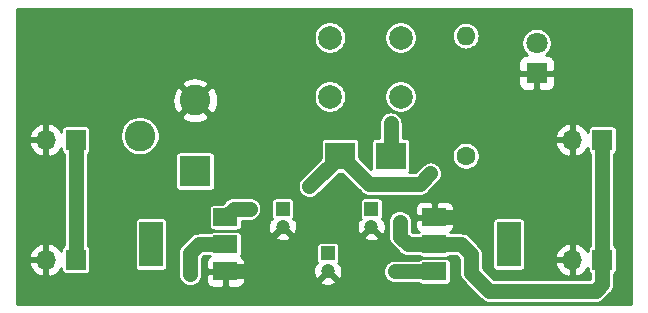
<source format=gtl>
G04 #@! TF.GenerationSoftware,KiCad,Pcbnew,(5.1.4)-1*
G04 #@! TF.CreationDate,2020-03-26T20:17:56-03:00*
G04 #@! TF.ProjectId,Protoboard-power,50726f74-6f62-46f6-9172-642d706f7765,rev?*
G04 #@! TF.SameCoordinates,Original*
G04 #@! TF.FileFunction,Copper,L1,Top*
G04 #@! TF.FilePolarity,Positive*
%FSLAX46Y46*%
G04 Gerber Fmt 4.6, Leading zero omitted, Abs format (unit mm)*
G04 Created by KiCad (PCBNEW (5.1.4)-1) date 2020-03-26 20:17:56*
%MOMM*%
%LPD*%
G04 APERTURE LIST*
%ADD10R,1.200000X1.200000*%
%ADD11C,1.200000*%
%ADD12R,1.800000X1.800000*%
%ADD13C,1.800000*%
%ADD14R,2.500000X2.300000*%
%ADD15R,2.600000X2.600000*%
%ADD16C,2.600000*%
%ADD17R,1.700000X1.700000*%
%ADD18O,1.700000X1.700000*%
%ADD19C,1.600000*%
%ADD20O,1.600000X1.600000*%
%ADD21C,2.000000*%
%ADD22R,2.000000X1.500000*%
%ADD23R,2.000000X3.800000*%
%ADD24C,0.800000*%
%ADD25C,1.250000*%
%ADD26C,0.254000*%
G04 APERTURE END LIST*
D10*
X123000000Y-85000000D03*
D11*
X123000000Y-86500000D03*
X126825000Y-90275000D03*
D10*
X126825000Y-88775000D03*
D11*
X130500000Y-86500000D03*
D10*
X130500000Y-85000000D03*
D12*
X144500000Y-73500000D03*
D13*
X144500000Y-70960000D03*
D14*
X127850000Y-80500000D03*
X132150000Y-80500000D03*
D15*
X115600000Y-81800000D03*
D16*
X115600000Y-75800000D03*
X110900000Y-78800000D03*
D17*
X105500000Y-79150000D03*
D18*
X102960000Y-79150000D03*
X102960000Y-89300000D03*
D17*
X105500000Y-89300000D03*
X150050000Y-79150000D03*
D18*
X147510000Y-79150000D03*
X147510000Y-89300000D03*
D17*
X150050000Y-89300000D03*
D19*
X138500000Y-80500000D03*
D20*
X138500000Y-70340000D03*
D21*
X133000000Y-70500000D03*
X133000000Y-75500000D03*
X127000000Y-70500000D03*
X127000000Y-75500000D03*
D22*
X118150000Y-90300000D03*
X118150000Y-85700000D03*
X118150000Y-88000000D03*
D23*
X111850000Y-88000000D03*
X142150000Y-88000000D03*
D22*
X135850000Y-88000000D03*
X135850000Y-90300000D03*
X135850000Y-85700000D03*
D24*
X105500000Y-81500000D03*
X115163990Y-90536010D03*
X132500000Y-90300000D03*
X101000000Y-68500000D03*
X101000000Y-92500000D03*
X152000000Y-92500000D03*
X152000000Y-68500000D03*
X115150000Y-70500000D03*
X130000000Y-72650000D03*
X114250000Y-86800000D03*
X147500000Y-81500000D03*
X102950000Y-81500000D03*
X121750000Y-90300000D03*
X139900000Y-86750000D03*
X120200000Y-85000000D03*
X125275000Y-83075000D03*
X135500000Y-82000000D03*
X132925000Y-86075000D03*
X148600000Y-91950000D03*
X150050000Y-81500000D03*
X132150000Y-77750000D03*
D25*
X135850000Y-90300000D02*
X132500000Y-90300000D01*
X115163990Y-88736010D02*
X115163990Y-90536010D01*
X115900000Y-88000000D02*
X115163990Y-88736010D01*
X118150000Y-88000000D02*
X115900000Y-88000000D01*
X105500000Y-89300000D02*
X105500000Y-79150000D01*
X138850000Y-85700000D02*
X135850000Y-85700000D01*
X142675000Y-81875000D02*
X138850000Y-85700000D01*
X118150000Y-90300000D02*
X120400000Y-90300000D01*
X120400000Y-90300000D02*
X121750000Y-90300000D01*
X121750000Y-90300000D02*
X121750000Y-90300000D01*
X127950000Y-80500000D02*
X127850000Y-80500000D01*
X130350000Y-82900000D02*
X127950000Y-80500000D01*
X134600000Y-82900000D02*
X130350000Y-82900000D01*
X118850000Y-85000000D02*
X118150000Y-85700000D01*
X120200000Y-85000000D02*
X118850000Y-85000000D01*
X125275000Y-83075000D02*
X127850000Y-80500000D01*
X135500000Y-82000000D02*
X134600000Y-82900000D01*
X133600000Y-88000000D02*
X135850000Y-88000000D01*
X132950000Y-87350000D02*
X133600000Y-88000000D01*
X132950000Y-86100000D02*
X132950000Y-87350000D01*
X150050000Y-91400000D02*
X149500000Y-91950000D01*
X150050000Y-89300000D02*
X150050000Y-91400000D01*
X149500000Y-91950000D02*
X147800000Y-91950000D01*
X140500000Y-91950000D02*
X138950000Y-90400000D01*
X138100000Y-88000000D02*
X135850000Y-88000000D01*
X138950000Y-88850000D02*
X138100000Y-88000000D01*
X138950000Y-90400000D02*
X138950000Y-88850000D01*
X132925000Y-86075000D02*
X132950000Y-86100000D01*
X147800000Y-91950000D02*
X140500000Y-91950000D01*
X150050000Y-89300000D02*
X150050000Y-79150000D01*
X132150000Y-80500000D02*
X132150000Y-77750000D01*
D26*
G36*
X152494001Y-93058000D02*
G01*
X100506000Y-93058000D01*
X100506000Y-89656891D01*
X101518519Y-89656891D01*
X101615843Y-89931252D01*
X101764822Y-90181355D01*
X101959731Y-90397588D01*
X102193080Y-90571641D01*
X102455901Y-90696825D01*
X102603110Y-90741476D01*
X102833000Y-90620155D01*
X102833000Y-89427000D01*
X101639186Y-89427000D01*
X101518519Y-89656891D01*
X100506000Y-89656891D01*
X100506000Y-88943109D01*
X101518519Y-88943109D01*
X101639186Y-89173000D01*
X102833000Y-89173000D01*
X102833000Y-87979845D01*
X102603110Y-87858524D01*
X102455901Y-87903175D01*
X102193080Y-88028359D01*
X101959731Y-88202412D01*
X101764822Y-88418645D01*
X101615843Y-88668748D01*
X101518519Y-88943109D01*
X100506000Y-88943109D01*
X100506000Y-79506891D01*
X101518519Y-79506891D01*
X101615843Y-79781252D01*
X101764822Y-80031355D01*
X101959731Y-80247588D01*
X102193080Y-80421641D01*
X102455901Y-80546825D01*
X102603110Y-80591476D01*
X102833000Y-80470155D01*
X102833000Y-79277000D01*
X101639186Y-79277000D01*
X101518519Y-79506891D01*
X100506000Y-79506891D01*
X100506000Y-78793109D01*
X101518519Y-78793109D01*
X101639186Y-79023000D01*
X102833000Y-79023000D01*
X102833000Y-77829845D01*
X103087000Y-77829845D01*
X103087000Y-79023000D01*
X103107000Y-79023000D01*
X103107000Y-79277000D01*
X103087000Y-79277000D01*
X103087000Y-80470155D01*
X103316890Y-80591476D01*
X103464099Y-80546825D01*
X103726920Y-80421641D01*
X103960269Y-80247588D01*
X104155178Y-80031355D01*
X104267157Y-79843367D01*
X104267157Y-80000000D01*
X104274513Y-80074689D01*
X104296299Y-80146508D01*
X104331678Y-80212696D01*
X104379289Y-80270711D01*
X104437304Y-80318322D01*
X104494001Y-80348628D01*
X104494000Y-88101373D01*
X104437304Y-88131678D01*
X104379289Y-88179289D01*
X104331678Y-88237304D01*
X104296299Y-88303492D01*
X104274513Y-88375311D01*
X104267157Y-88450000D01*
X104267157Y-88606633D01*
X104155178Y-88418645D01*
X103960269Y-88202412D01*
X103726920Y-88028359D01*
X103464099Y-87903175D01*
X103316890Y-87858524D01*
X103087000Y-87979845D01*
X103087000Y-89173000D01*
X103107000Y-89173000D01*
X103107000Y-89427000D01*
X103087000Y-89427000D01*
X103087000Y-90620155D01*
X103316890Y-90741476D01*
X103464099Y-90696825D01*
X103726920Y-90571641D01*
X103960269Y-90397588D01*
X104155178Y-90181355D01*
X104267157Y-89993367D01*
X104267157Y-90150000D01*
X104274513Y-90224689D01*
X104296299Y-90296508D01*
X104331678Y-90362696D01*
X104379289Y-90420711D01*
X104437304Y-90468322D01*
X104503492Y-90503701D01*
X104575311Y-90525487D01*
X104650000Y-90532843D01*
X106350000Y-90532843D01*
X106424689Y-90525487D01*
X106496508Y-90503701D01*
X106562696Y-90468322D01*
X106620711Y-90420711D01*
X106668322Y-90362696D01*
X106703701Y-90296508D01*
X106725487Y-90224689D01*
X106732843Y-90150000D01*
X106732843Y-88450000D01*
X106725487Y-88375311D01*
X106703701Y-88303492D01*
X106668322Y-88237304D01*
X106620711Y-88179289D01*
X106562696Y-88131678D01*
X106506000Y-88101373D01*
X106506000Y-86100000D01*
X110467157Y-86100000D01*
X110467157Y-89900000D01*
X110474513Y-89974689D01*
X110496299Y-90046508D01*
X110531678Y-90112696D01*
X110579289Y-90170711D01*
X110637304Y-90218322D01*
X110703492Y-90253701D01*
X110775311Y-90275487D01*
X110850000Y-90282843D01*
X112850000Y-90282843D01*
X112924689Y-90275487D01*
X112996508Y-90253701D01*
X113062696Y-90218322D01*
X113120711Y-90170711D01*
X113168322Y-90112696D01*
X113203701Y-90046508D01*
X113225487Y-89974689D01*
X113232843Y-89900000D01*
X113232843Y-88736010D01*
X114153123Y-88736010D01*
X114157990Y-88785424D01*
X114157991Y-90585424D01*
X114172548Y-90733220D01*
X114230072Y-90922852D01*
X114323486Y-91097618D01*
X114449200Y-91250801D01*
X114602383Y-91376515D01*
X114777149Y-91469929D01*
X114966781Y-91527453D01*
X115163990Y-91546877D01*
X115361200Y-91527453D01*
X115550832Y-91469929D01*
X115725598Y-91376515D01*
X115878781Y-91250801D01*
X116004495Y-91097618D01*
X116029947Y-91050000D01*
X116511928Y-91050000D01*
X116524188Y-91174482D01*
X116560498Y-91294180D01*
X116619463Y-91404494D01*
X116698815Y-91501185D01*
X116795506Y-91580537D01*
X116905820Y-91639502D01*
X117025518Y-91675812D01*
X117150000Y-91688072D01*
X117864250Y-91685000D01*
X118023000Y-91526250D01*
X118023000Y-90427000D01*
X118277000Y-90427000D01*
X118277000Y-91526250D01*
X118435750Y-91685000D01*
X119150000Y-91688072D01*
X119274482Y-91675812D01*
X119394180Y-91639502D01*
X119504494Y-91580537D01*
X119601185Y-91501185D01*
X119680537Y-91404494D01*
X119739502Y-91294180D01*
X119775812Y-91174482D01*
X119780708Y-91124764D01*
X126154841Y-91124764D01*
X126202148Y-91348348D01*
X126423516Y-91449237D01*
X126660313Y-91505000D01*
X126903438Y-91513495D01*
X127143549Y-91474395D01*
X127371418Y-91389202D01*
X127447852Y-91348348D01*
X127495159Y-91124764D01*
X126825000Y-90454605D01*
X126154841Y-91124764D01*
X119780708Y-91124764D01*
X119788072Y-91050000D01*
X119785000Y-90585750D01*
X119626250Y-90427000D01*
X118277000Y-90427000D01*
X118023000Y-90427000D01*
X116673750Y-90427000D01*
X116515000Y-90585750D01*
X116511928Y-91050000D01*
X116029947Y-91050000D01*
X116097909Y-90922852D01*
X116155433Y-90733220D01*
X116169990Y-90585424D01*
X116169990Y-90353438D01*
X125586505Y-90353438D01*
X125625605Y-90593549D01*
X125710798Y-90821418D01*
X125751652Y-90897852D01*
X125975236Y-90945159D01*
X126645395Y-90275000D01*
X126631253Y-90260858D01*
X126810858Y-90081253D01*
X126825000Y-90095395D01*
X126839143Y-90081253D01*
X127018748Y-90260858D01*
X127004605Y-90275000D01*
X127674764Y-90945159D01*
X127898348Y-90897852D01*
X127999237Y-90676484D01*
X128055000Y-90439687D01*
X128059880Y-90300000D01*
X131489133Y-90300000D01*
X131508557Y-90497210D01*
X131566081Y-90686842D01*
X131659495Y-90861608D01*
X131785209Y-91014791D01*
X131938392Y-91140505D01*
X132113158Y-91233919D01*
X132302790Y-91291443D01*
X132450586Y-91306000D01*
X134567216Y-91306000D01*
X134579289Y-91320711D01*
X134637304Y-91368322D01*
X134703492Y-91403701D01*
X134775311Y-91425487D01*
X134850000Y-91432843D01*
X136850000Y-91432843D01*
X136924689Y-91425487D01*
X136996508Y-91403701D01*
X137062696Y-91368322D01*
X137120711Y-91320711D01*
X137168322Y-91262696D01*
X137203701Y-91196508D01*
X137225487Y-91124689D01*
X137232843Y-91050000D01*
X137232843Y-89550000D01*
X137225487Y-89475311D01*
X137203701Y-89403492D01*
X137168322Y-89337304D01*
X137120711Y-89279289D01*
X137062696Y-89231678D01*
X136996508Y-89196299D01*
X136924689Y-89174513D01*
X136850000Y-89167157D01*
X134850000Y-89167157D01*
X134775311Y-89174513D01*
X134703492Y-89196299D01*
X134637304Y-89231678D01*
X134579289Y-89279289D01*
X134567216Y-89294000D01*
X132450586Y-89294000D01*
X132302790Y-89308557D01*
X132113158Y-89366081D01*
X131938392Y-89459495D01*
X131785209Y-89585209D01*
X131659495Y-89738392D01*
X131566081Y-89913158D01*
X131508557Y-90102790D01*
X131489133Y-90300000D01*
X128059880Y-90300000D01*
X128063495Y-90196562D01*
X128024395Y-89956451D01*
X127939202Y-89728582D01*
X127898348Y-89652148D01*
X127721190Y-89614664D01*
X127743322Y-89587696D01*
X127778701Y-89521508D01*
X127787671Y-89491937D01*
X127791872Y-89487736D01*
X127789627Y-89485491D01*
X127800487Y-89449689D01*
X127807843Y-89375000D01*
X127807843Y-88175000D01*
X127800487Y-88100311D01*
X127778701Y-88028492D01*
X127743322Y-87962304D01*
X127695711Y-87904289D01*
X127637696Y-87856678D01*
X127571508Y-87821299D01*
X127499689Y-87799513D01*
X127425000Y-87792157D01*
X126225000Y-87792157D01*
X126150311Y-87799513D01*
X126078492Y-87821299D01*
X126012304Y-87856678D01*
X125954289Y-87904289D01*
X125906678Y-87962304D01*
X125871299Y-88028492D01*
X125849513Y-88100311D01*
X125842157Y-88175000D01*
X125842157Y-89375000D01*
X125849513Y-89449689D01*
X125860373Y-89485491D01*
X125858128Y-89487736D01*
X125862329Y-89491937D01*
X125871299Y-89521508D01*
X125906678Y-89587696D01*
X125928810Y-89614664D01*
X125751652Y-89652148D01*
X125650763Y-89873516D01*
X125595000Y-90110313D01*
X125586505Y-90353438D01*
X116169990Y-90353438D01*
X116169990Y-89152708D01*
X116316699Y-89006000D01*
X116820693Y-89006000D01*
X116795506Y-89019463D01*
X116698815Y-89098815D01*
X116619463Y-89195506D01*
X116560498Y-89305820D01*
X116524188Y-89425518D01*
X116511928Y-89550000D01*
X116515000Y-90014250D01*
X116673750Y-90173000D01*
X118023000Y-90173000D01*
X118023000Y-90153000D01*
X118277000Y-90153000D01*
X118277000Y-90173000D01*
X119626250Y-90173000D01*
X119785000Y-90014250D01*
X119788072Y-89550000D01*
X119775812Y-89425518D01*
X119739502Y-89305820D01*
X119680537Y-89195506D01*
X119601185Y-89098815D01*
X119504494Y-89019463D01*
X119446969Y-88988715D01*
X119468322Y-88962696D01*
X119503701Y-88896508D01*
X119525487Y-88824689D01*
X119532843Y-88750000D01*
X119532843Y-87349764D01*
X122329841Y-87349764D01*
X122377148Y-87573348D01*
X122598516Y-87674237D01*
X122835313Y-87730000D01*
X123078438Y-87738495D01*
X123318549Y-87699395D01*
X123546418Y-87614202D01*
X123622852Y-87573348D01*
X123670159Y-87349764D01*
X129829841Y-87349764D01*
X129877148Y-87573348D01*
X130098516Y-87674237D01*
X130335313Y-87730000D01*
X130578438Y-87738495D01*
X130818549Y-87699395D01*
X131046418Y-87614202D01*
X131122852Y-87573348D01*
X131170159Y-87349764D01*
X130500000Y-86679605D01*
X129829841Y-87349764D01*
X123670159Y-87349764D01*
X123000000Y-86679605D01*
X122329841Y-87349764D01*
X119532843Y-87349764D01*
X119532843Y-87250000D01*
X119525487Y-87175311D01*
X119503701Y-87103492D01*
X119468322Y-87037304D01*
X119420711Y-86979289D01*
X119362696Y-86931678D01*
X119296508Y-86896299D01*
X119224689Y-86874513D01*
X119150000Y-86867157D01*
X117150000Y-86867157D01*
X117075311Y-86874513D01*
X117003492Y-86896299D01*
X116937304Y-86931678D01*
X116879289Y-86979289D01*
X116867216Y-86994000D01*
X115949406Y-86994000D01*
X115899999Y-86989134D01*
X115850592Y-86994000D01*
X115850586Y-86994000D01*
X115722689Y-87006597D01*
X115702789Y-87008557D01*
X115645265Y-87026007D01*
X115513158Y-87066081D01*
X115338392Y-87159495D01*
X115185209Y-87285209D01*
X115153709Y-87323592D01*
X114487588Y-87989714D01*
X114449199Y-88021219D01*
X114323485Y-88174402D01*
X114234201Y-88341443D01*
X114230071Y-88349169D01*
X114172547Y-88538801D01*
X114153123Y-88736010D01*
X113232843Y-88736010D01*
X113232843Y-86100000D01*
X113225487Y-86025311D01*
X113203701Y-85953492D01*
X113168322Y-85887304D01*
X113120711Y-85829289D01*
X113062696Y-85781678D01*
X112996508Y-85746299D01*
X112924689Y-85724513D01*
X112850000Y-85717157D01*
X110850000Y-85717157D01*
X110775311Y-85724513D01*
X110703492Y-85746299D01*
X110637304Y-85781678D01*
X110579289Y-85829289D01*
X110531678Y-85887304D01*
X110496299Y-85953492D01*
X110474513Y-86025311D01*
X110467157Y-86100000D01*
X106506000Y-86100000D01*
X106506000Y-84950000D01*
X116767157Y-84950000D01*
X116767157Y-86450000D01*
X116774513Y-86524689D01*
X116796299Y-86596508D01*
X116831678Y-86662696D01*
X116879289Y-86720711D01*
X116937304Y-86768322D01*
X117003492Y-86803701D01*
X117075311Y-86825487D01*
X117150000Y-86832843D01*
X119150000Y-86832843D01*
X119224689Y-86825487D01*
X119296508Y-86803701D01*
X119362696Y-86768322D01*
X119420711Y-86720711D01*
X119468322Y-86662696D01*
X119503701Y-86596508D01*
X119509182Y-86578438D01*
X121761505Y-86578438D01*
X121800605Y-86818549D01*
X121885798Y-87046418D01*
X121926652Y-87122852D01*
X122150236Y-87170159D01*
X122820395Y-86500000D01*
X122806253Y-86485858D01*
X122985858Y-86306253D01*
X123000000Y-86320395D01*
X123014143Y-86306253D01*
X123193748Y-86485858D01*
X123179605Y-86500000D01*
X123849764Y-87170159D01*
X124073348Y-87122852D01*
X124174237Y-86901484D01*
X124230000Y-86664687D01*
X124233013Y-86578438D01*
X129261505Y-86578438D01*
X129300605Y-86818549D01*
X129385798Y-87046418D01*
X129426652Y-87122852D01*
X129650236Y-87170159D01*
X130320395Y-86500000D01*
X130306253Y-86485858D01*
X130485858Y-86306253D01*
X130500000Y-86320395D01*
X130514143Y-86306253D01*
X130693748Y-86485858D01*
X130679605Y-86500000D01*
X131349764Y-87170159D01*
X131573348Y-87122852D01*
X131674237Y-86901484D01*
X131730000Y-86664687D01*
X131738495Y-86421562D01*
X131699395Y-86181451D01*
X131659597Y-86075000D01*
X131914133Y-86075000D01*
X131933557Y-86272209D01*
X131944000Y-86306636D01*
X131944001Y-87300577D01*
X131939133Y-87350000D01*
X131958557Y-87547209D01*
X132016081Y-87736841D01*
X132020211Y-87744567D01*
X132109496Y-87911608D01*
X132235210Y-88064791D01*
X132273594Y-88096292D01*
X132853704Y-88676402D01*
X132885209Y-88714791D01*
X133038392Y-88840505D01*
X133143167Y-88896508D01*
X133213158Y-88933919D01*
X133402790Y-88991443D01*
X133600000Y-89010867D01*
X133649414Y-89006000D01*
X134567216Y-89006000D01*
X134579289Y-89020711D01*
X134637304Y-89068322D01*
X134703492Y-89103701D01*
X134775311Y-89125487D01*
X134850000Y-89132843D01*
X136850000Y-89132843D01*
X136924689Y-89125487D01*
X136996508Y-89103701D01*
X137062696Y-89068322D01*
X137120711Y-89020711D01*
X137132784Y-89006000D01*
X137683302Y-89006000D01*
X137944001Y-89266699D01*
X137944000Y-90350585D01*
X137939133Y-90400000D01*
X137956039Y-90571641D01*
X137958557Y-90597209D01*
X138016081Y-90786841D01*
X138109495Y-90961608D01*
X138235209Y-91114791D01*
X138273598Y-91146296D01*
X139753708Y-92626407D01*
X139785209Y-92664791D01*
X139938392Y-92790505D01*
X140113158Y-92883919D01*
X140302790Y-92941443D01*
X140499999Y-92960867D01*
X140549413Y-92956000D01*
X149450586Y-92956000D01*
X149500000Y-92960867D01*
X149549414Y-92956000D01*
X149697210Y-92941443D01*
X149886842Y-92883919D01*
X150061608Y-92790505D01*
X150214791Y-92664791D01*
X150246296Y-92626402D01*
X150726402Y-92146296D01*
X150764791Y-92114791D01*
X150890505Y-91961608D01*
X150983919Y-91786842D01*
X151041443Y-91597210D01*
X151056000Y-91449414D01*
X151056000Y-91449408D01*
X151060866Y-91400001D01*
X151056000Y-91350594D01*
X151056000Y-90498627D01*
X151112696Y-90468322D01*
X151170711Y-90420711D01*
X151218322Y-90362696D01*
X151253701Y-90296508D01*
X151275487Y-90224689D01*
X151282843Y-90150000D01*
X151282843Y-88450000D01*
X151275487Y-88375311D01*
X151253701Y-88303492D01*
X151218322Y-88237304D01*
X151170711Y-88179289D01*
X151112696Y-88131678D01*
X151056000Y-88101373D01*
X151056000Y-80348627D01*
X151112696Y-80318322D01*
X151170711Y-80270711D01*
X151218322Y-80212696D01*
X151253701Y-80146508D01*
X151275487Y-80074689D01*
X151282843Y-80000000D01*
X151282843Y-78300000D01*
X151275487Y-78225311D01*
X151253701Y-78153492D01*
X151218322Y-78087304D01*
X151170711Y-78029289D01*
X151112696Y-77981678D01*
X151046508Y-77946299D01*
X150974689Y-77924513D01*
X150900000Y-77917157D01*
X149200000Y-77917157D01*
X149125311Y-77924513D01*
X149053492Y-77946299D01*
X148987304Y-77981678D01*
X148929289Y-78029289D01*
X148881678Y-78087304D01*
X148846299Y-78153492D01*
X148824513Y-78225311D01*
X148817157Y-78300000D01*
X148817157Y-78456633D01*
X148705178Y-78268645D01*
X148510269Y-78052412D01*
X148276920Y-77878359D01*
X148014099Y-77753175D01*
X147866890Y-77708524D01*
X147637000Y-77829845D01*
X147637000Y-79023000D01*
X147657000Y-79023000D01*
X147657000Y-79277000D01*
X147637000Y-79277000D01*
X147637000Y-80470155D01*
X147866890Y-80591476D01*
X148014099Y-80546825D01*
X148276920Y-80421641D01*
X148510269Y-80247588D01*
X148705178Y-80031355D01*
X148817157Y-79843367D01*
X148817157Y-80000000D01*
X148824513Y-80074689D01*
X148846299Y-80146508D01*
X148881678Y-80212696D01*
X148929289Y-80270711D01*
X148987304Y-80318322D01*
X149044001Y-80348628D01*
X149044000Y-88101373D01*
X148987304Y-88131678D01*
X148929289Y-88179289D01*
X148881678Y-88237304D01*
X148846299Y-88303492D01*
X148824513Y-88375311D01*
X148817157Y-88450000D01*
X148817157Y-88606633D01*
X148705178Y-88418645D01*
X148510269Y-88202412D01*
X148276920Y-88028359D01*
X148014099Y-87903175D01*
X147866890Y-87858524D01*
X147637000Y-87979845D01*
X147637000Y-89173000D01*
X147657000Y-89173000D01*
X147657000Y-89427000D01*
X147637000Y-89427000D01*
X147637000Y-90620155D01*
X147866890Y-90741476D01*
X148014099Y-90696825D01*
X148276920Y-90571641D01*
X148510269Y-90397588D01*
X148705178Y-90181355D01*
X148817157Y-89993367D01*
X148817157Y-90150000D01*
X148824513Y-90224689D01*
X148846299Y-90296508D01*
X148881678Y-90362696D01*
X148929289Y-90420711D01*
X148987304Y-90468322D01*
X149044001Y-90498628D01*
X149044001Y-90944000D01*
X140916699Y-90944000D01*
X139956000Y-89983302D01*
X139956000Y-88899414D01*
X139960867Y-88850000D01*
X139941443Y-88652790D01*
X139883919Y-88463158D01*
X139843127Y-88386842D01*
X139790505Y-88288392D01*
X139664791Y-88135209D01*
X139626407Y-88103708D01*
X138846296Y-87323598D01*
X138814791Y-87285209D01*
X138661608Y-87159495D01*
X138486842Y-87066081D01*
X138297210Y-87008557D01*
X138149414Y-86994000D01*
X138100000Y-86989133D01*
X138050586Y-86994000D01*
X137179307Y-86994000D01*
X137204494Y-86980537D01*
X137301185Y-86901185D01*
X137380537Y-86804494D01*
X137439502Y-86694180D01*
X137475812Y-86574482D01*
X137488072Y-86450000D01*
X137485757Y-86100000D01*
X140767157Y-86100000D01*
X140767157Y-89900000D01*
X140774513Y-89974689D01*
X140796299Y-90046508D01*
X140831678Y-90112696D01*
X140879289Y-90170711D01*
X140937304Y-90218322D01*
X141003492Y-90253701D01*
X141075311Y-90275487D01*
X141150000Y-90282843D01*
X143150000Y-90282843D01*
X143224689Y-90275487D01*
X143296508Y-90253701D01*
X143362696Y-90218322D01*
X143420711Y-90170711D01*
X143468322Y-90112696D01*
X143503701Y-90046508D01*
X143525487Y-89974689D01*
X143532843Y-89900000D01*
X143532843Y-89656891D01*
X146068519Y-89656891D01*
X146165843Y-89931252D01*
X146314822Y-90181355D01*
X146509731Y-90397588D01*
X146743080Y-90571641D01*
X147005901Y-90696825D01*
X147153110Y-90741476D01*
X147383000Y-90620155D01*
X147383000Y-89427000D01*
X146189186Y-89427000D01*
X146068519Y-89656891D01*
X143532843Y-89656891D01*
X143532843Y-88943109D01*
X146068519Y-88943109D01*
X146189186Y-89173000D01*
X147383000Y-89173000D01*
X147383000Y-87979845D01*
X147153110Y-87858524D01*
X147005901Y-87903175D01*
X146743080Y-88028359D01*
X146509731Y-88202412D01*
X146314822Y-88418645D01*
X146165843Y-88668748D01*
X146068519Y-88943109D01*
X143532843Y-88943109D01*
X143532843Y-86100000D01*
X143525487Y-86025311D01*
X143503701Y-85953492D01*
X143468322Y-85887304D01*
X143420711Y-85829289D01*
X143362696Y-85781678D01*
X143296508Y-85746299D01*
X143224689Y-85724513D01*
X143150000Y-85717157D01*
X141150000Y-85717157D01*
X141075311Y-85724513D01*
X141003492Y-85746299D01*
X140937304Y-85781678D01*
X140879289Y-85829289D01*
X140831678Y-85887304D01*
X140796299Y-85953492D01*
X140774513Y-86025311D01*
X140767157Y-86100000D01*
X137485757Y-86100000D01*
X137485000Y-85985750D01*
X137326250Y-85827000D01*
X135977000Y-85827000D01*
X135977000Y-85847000D01*
X135723000Y-85847000D01*
X135723000Y-85827000D01*
X134373750Y-85827000D01*
X134215000Y-85985750D01*
X134211928Y-86450000D01*
X134224188Y-86574482D01*
X134260498Y-86694180D01*
X134319463Y-86804494D01*
X134398815Y-86901185D01*
X134495506Y-86980537D01*
X134520693Y-86994000D01*
X134016698Y-86994000D01*
X133956000Y-86933302D01*
X133956000Y-86149406D01*
X133960866Y-86099999D01*
X133956000Y-86050593D01*
X133956000Y-86050586D01*
X133941443Y-85902790D01*
X133883919Y-85713158D01*
X133790505Y-85538392D01*
X133664791Y-85385209D01*
X133626402Y-85353704D01*
X133601408Y-85328710D01*
X133486607Y-85234496D01*
X133311841Y-85141081D01*
X133122209Y-85083557D01*
X132925000Y-85064133D01*
X132727791Y-85083557D01*
X132538159Y-85141081D01*
X132363393Y-85234496D01*
X132210210Y-85360210D01*
X132084496Y-85513393D01*
X131991081Y-85688159D01*
X131933557Y-85877791D01*
X131914133Y-86075000D01*
X131659597Y-86075000D01*
X131614202Y-85953582D01*
X131573348Y-85877148D01*
X131396190Y-85839664D01*
X131418322Y-85812696D01*
X131453701Y-85746508D01*
X131462671Y-85716937D01*
X131466872Y-85712736D01*
X131464627Y-85710491D01*
X131475487Y-85674689D01*
X131482843Y-85600000D01*
X131482843Y-84950000D01*
X134211928Y-84950000D01*
X134215000Y-85414250D01*
X134373750Y-85573000D01*
X135723000Y-85573000D01*
X135723000Y-84473750D01*
X135977000Y-84473750D01*
X135977000Y-85573000D01*
X137326250Y-85573000D01*
X137485000Y-85414250D01*
X137488072Y-84950000D01*
X137475812Y-84825518D01*
X137439502Y-84705820D01*
X137380537Y-84595506D01*
X137301185Y-84498815D01*
X137204494Y-84419463D01*
X137094180Y-84360498D01*
X136974482Y-84324188D01*
X136850000Y-84311928D01*
X136135750Y-84315000D01*
X135977000Y-84473750D01*
X135723000Y-84473750D01*
X135564250Y-84315000D01*
X134850000Y-84311928D01*
X134725518Y-84324188D01*
X134605820Y-84360498D01*
X134495506Y-84419463D01*
X134398815Y-84498815D01*
X134319463Y-84595506D01*
X134260498Y-84705820D01*
X134224188Y-84825518D01*
X134211928Y-84950000D01*
X131482843Y-84950000D01*
X131482843Y-84400000D01*
X131475487Y-84325311D01*
X131453701Y-84253492D01*
X131418322Y-84187304D01*
X131370711Y-84129289D01*
X131312696Y-84081678D01*
X131246508Y-84046299D01*
X131174689Y-84024513D01*
X131100000Y-84017157D01*
X129900000Y-84017157D01*
X129825311Y-84024513D01*
X129753492Y-84046299D01*
X129687304Y-84081678D01*
X129629289Y-84129289D01*
X129581678Y-84187304D01*
X129546299Y-84253492D01*
X129524513Y-84325311D01*
X129517157Y-84400000D01*
X129517157Y-85600000D01*
X129524513Y-85674689D01*
X129535373Y-85710491D01*
X129533128Y-85712736D01*
X129537329Y-85716937D01*
X129546299Y-85746508D01*
X129581678Y-85812696D01*
X129603810Y-85839664D01*
X129426652Y-85877148D01*
X129325763Y-86098516D01*
X129270000Y-86335313D01*
X129261505Y-86578438D01*
X124233013Y-86578438D01*
X124238495Y-86421562D01*
X124199395Y-86181451D01*
X124114202Y-85953582D01*
X124073348Y-85877148D01*
X123896190Y-85839664D01*
X123918322Y-85812696D01*
X123953701Y-85746508D01*
X123962671Y-85716937D01*
X123966872Y-85712736D01*
X123964627Y-85710491D01*
X123975487Y-85674689D01*
X123982843Y-85600000D01*
X123982843Y-84400000D01*
X123975487Y-84325311D01*
X123953701Y-84253492D01*
X123918322Y-84187304D01*
X123870711Y-84129289D01*
X123812696Y-84081678D01*
X123746508Y-84046299D01*
X123674689Y-84024513D01*
X123600000Y-84017157D01*
X122400000Y-84017157D01*
X122325311Y-84024513D01*
X122253492Y-84046299D01*
X122187304Y-84081678D01*
X122129289Y-84129289D01*
X122081678Y-84187304D01*
X122046299Y-84253492D01*
X122024513Y-84325311D01*
X122017157Y-84400000D01*
X122017157Y-85600000D01*
X122024513Y-85674689D01*
X122035373Y-85710491D01*
X122033128Y-85712736D01*
X122037329Y-85716937D01*
X122046299Y-85746508D01*
X122081678Y-85812696D01*
X122103810Y-85839664D01*
X121926652Y-85877148D01*
X121825763Y-86098516D01*
X121770000Y-86335313D01*
X121761505Y-86578438D01*
X119509182Y-86578438D01*
X119525487Y-86524689D01*
X119532843Y-86450000D01*
X119532843Y-86006000D01*
X120249414Y-86006000D01*
X120397210Y-85991443D01*
X120586842Y-85933919D01*
X120761608Y-85840505D01*
X120914791Y-85714791D01*
X121040505Y-85561608D01*
X121133919Y-85386842D01*
X121191443Y-85197210D01*
X121210867Y-85000000D01*
X121191443Y-84802790D01*
X121133919Y-84613158D01*
X121040505Y-84438392D01*
X120914791Y-84285209D01*
X120761608Y-84159495D01*
X120586842Y-84066081D01*
X120397210Y-84008557D01*
X120249414Y-83994000D01*
X118899406Y-83994000D01*
X118849999Y-83989134D01*
X118800592Y-83994000D01*
X118800586Y-83994000D01*
X118672689Y-84006597D01*
X118652789Y-84008557D01*
X118624439Y-84017157D01*
X118463158Y-84066081D01*
X118288392Y-84159495D01*
X118135209Y-84285209D01*
X118103708Y-84323593D01*
X117860144Y-84567157D01*
X117150000Y-84567157D01*
X117075311Y-84574513D01*
X117003492Y-84596299D01*
X116937304Y-84631678D01*
X116879289Y-84679289D01*
X116831678Y-84737304D01*
X116796299Y-84803492D01*
X116774513Y-84875311D01*
X116767157Y-84950000D01*
X106506000Y-84950000D01*
X106506000Y-80500000D01*
X113917157Y-80500000D01*
X113917157Y-83100000D01*
X113924513Y-83174689D01*
X113946299Y-83246508D01*
X113981678Y-83312696D01*
X114029289Y-83370711D01*
X114087304Y-83418322D01*
X114153492Y-83453701D01*
X114225311Y-83475487D01*
X114300000Y-83482843D01*
X116900000Y-83482843D01*
X116974689Y-83475487D01*
X117046508Y-83453701D01*
X117112696Y-83418322D01*
X117170711Y-83370711D01*
X117218322Y-83312696D01*
X117253701Y-83246508D01*
X117275487Y-83174689D01*
X117282843Y-83100000D01*
X117282843Y-83075000D01*
X124264133Y-83075000D01*
X124283557Y-83272209D01*
X124341081Y-83461841D01*
X124434496Y-83636607D01*
X124560210Y-83789790D01*
X124713393Y-83915504D01*
X124888159Y-84008919D01*
X125077791Y-84066443D01*
X125275000Y-84085867D01*
X125472209Y-84066443D01*
X125661841Y-84008919D01*
X125836607Y-83915504D01*
X125951408Y-83821290D01*
X127739856Y-82032843D01*
X128060145Y-82032843D01*
X129603708Y-83576407D01*
X129635209Y-83614791D01*
X129788392Y-83740505D01*
X129939531Y-83821290D01*
X129963158Y-83833919D01*
X130152790Y-83891443D01*
X130350000Y-83910867D01*
X130399414Y-83906000D01*
X134550586Y-83906000D01*
X134600000Y-83910867D01*
X134649414Y-83906000D01*
X134797210Y-83891443D01*
X134986842Y-83833919D01*
X135161608Y-83740505D01*
X135314791Y-83614791D01*
X135346296Y-83576402D01*
X136246290Y-82676409D01*
X136340504Y-82561608D01*
X136433918Y-82386843D01*
X136491443Y-82197211D01*
X136510866Y-82000001D01*
X136491443Y-81802791D01*
X136433918Y-81613159D01*
X136340504Y-81438393D01*
X136214790Y-81285210D01*
X136061607Y-81159496D01*
X135886841Y-81066082D01*
X135697209Y-81008557D01*
X135499999Y-80989134D01*
X135302789Y-81008557D01*
X135113157Y-81066082D01*
X134938392Y-81159496D01*
X134823591Y-81253710D01*
X134183302Y-81894000D01*
X133692632Y-81894000D01*
X133718322Y-81862696D01*
X133753701Y-81796508D01*
X133775487Y-81724689D01*
X133782843Y-81650000D01*
X133782843Y-80383682D01*
X137319000Y-80383682D01*
X137319000Y-80616318D01*
X137364386Y-80844485D01*
X137453412Y-81059413D01*
X137582658Y-81252843D01*
X137747157Y-81417342D01*
X137940587Y-81546588D01*
X138155515Y-81635614D01*
X138383682Y-81681000D01*
X138616318Y-81681000D01*
X138844485Y-81635614D01*
X139059413Y-81546588D01*
X139252843Y-81417342D01*
X139417342Y-81252843D01*
X139546588Y-81059413D01*
X139635614Y-80844485D01*
X139681000Y-80616318D01*
X139681000Y-80383682D01*
X139635614Y-80155515D01*
X139546588Y-79940587D01*
X139417342Y-79747157D01*
X139252843Y-79582658D01*
X139139450Y-79506891D01*
X146068519Y-79506891D01*
X146165843Y-79781252D01*
X146314822Y-80031355D01*
X146509731Y-80247588D01*
X146743080Y-80421641D01*
X147005901Y-80546825D01*
X147153110Y-80591476D01*
X147383000Y-80470155D01*
X147383000Y-79277000D01*
X146189186Y-79277000D01*
X146068519Y-79506891D01*
X139139450Y-79506891D01*
X139059413Y-79453412D01*
X138844485Y-79364386D01*
X138616318Y-79319000D01*
X138383682Y-79319000D01*
X138155515Y-79364386D01*
X137940587Y-79453412D01*
X137747157Y-79582658D01*
X137582658Y-79747157D01*
X137453412Y-79940587D01*
X137364386Y-80155515D01*
X137319000Y-80383682D01*
X133782843Y-80383682D01*
X133782843Y-79350000D01*
X133775487Y-79275311D01*
X133753701Y-79203492D01*
X133718322Y-79137304D01*
X133670711Y-79079289D01*
X133612696Y-79031678D01*
X133546508Y-78996299D01*
X133474689Y-78974513D01*
X133400000Y-78967157D01*
X133156000Y-78967157D01*
X133156000Y-78793109D01*
X146068519Y-78793109D01*
X146189186Y-79023000D01*
X147383000Y-79023000D01*
X147383000Y-77829845D01*
X147153110Y-77708524D01*
X147005901Y-77753175D01*
X146743080Y-77878359D01*
X146509731Y-78052412D01*
X146314822Y-78268645D01*
X146165843Y-78518748D01*
X146068519Y-78793109D01*
X133156000Y-78793109D01*
X133156000Y-77700586D01*
X133141443Y-77552790D01*
X133083919Y-77363158D01*
X132990505Y-77188392D01*
X132864791Y-77035209D01*
X132711608Y-76909495D01*
X132536842Y-76816081D01*
X132347210Y-76758557D01*
X132150000Y-76739133D01*
X131952791Y-76758557D01*
X131763159Y-76816081D01*
X131588393Y-76909495D01*
X131435210Y-77035209D01*
X131309496Y-77188392D01*
X131216082Y-77363158D01*
X131158558Y-77552790D01*
X131144001Y-77700586D01*
X131144001Y-78967157D01*
X130900000Y-78967157D01*
X130825311Y-78974513D01*
X130753492Y-78996299D01*
X130687304Y-79031678D01*
X130629289Y-79079289D01*
X130581678Y-79137304D01*
X130546299Y-79203492D01*
X130524513Y-79275311D01*
X130517157Y-79350000D01*
X130517157Y-81644458D01*
X129482843Y-80610145D01*
X129482843Y-79350000D01*
X129475487Y-79275311D01*
X129453701Y-79203492D01*
X129418322Y-79137304D01*
X129370711Y-79079289D01*
X129312696Y-79031678D01*
X129246508Y-78996299D01*
X129174689Y-78974513D01*
X129100000Y-78967157D01*
X126600000Y-78967157D01*
X126525311Y-78974513D01*
X126453492Y-78996299D01*
X126387304Y-79031678D01*
X126329289Y-79079289D01*
X126281678Y-79137304D01*
X126246299Y-79203492D01*
X126224513Y-79275311D01*
X126217157Y-79350000D01*
X126217157Y-80710144D01*
X124528710Y-82398592D01*
X124434496Y-82513393D01*
X124341081Y-82688159D01*
X124283557Y-82877791D01*
X124264133Y-83075000D01*
X117282843Y-83075000D01*
X117282843Y-80500000D01*
X117275487Y-80425311D01*
X117253701Y-80353492D01*
X117218322Y-80287304D01*
X117170711Y-80229289D01*
X117112696Y-80181678D01*
X117046508Y-80146299D01*
X116974689Y-80124513D01*
X116900000Y-80117157D01*
X114300000Y-80117157D01*
X114225311Y-80124513D01*
X114153492Y-80146299D01*
X114087304Y-80181678D01*
X114029289Y-80229289D01*
X113981678Y-80287304D01*
X113946299Y-80353492D01*
X113924513Y-80425311D01*
X113917157Y-80500000D01*
X106506000Y-80500000D01*
X106506000Y-80348627D01*
X106562696Y-80318322D01*
X106620711Y-80270711D01*
X106668322Y-80212696D01*
X106703701Y-80146508D01*
X106725487Y-80074689D01*
X106732843Y-80000000D01*
X106732843Y-78634436D01*
X109219000Y-78634436D01*
X109219000Y-78965564D01*
X109283600Y-79290330D01*
X109410317Y-79596252D01*
X109594282Y-79871575D01*
X109828425Y-80105718D01*
X110103748Y-80289683D01*
X110409670Y-80416400D01*
X110734436Y-80481000D01*
X111065564Y-80481000D01*
X111390330Y-80416400D01*
X111696252Y-80289683D01*
X111971575Y-80105718D01*
X112205718Y-79871575D01*
X112389683Y-79596252D01*
X112516400Y-79290330D01*
X112581000Y-78965564D01*
X112581000Y-78634436D01*
X112516400Y-78309670D01*
X112389683Y-78003748D01*
X112205718Y-77728425D01*
X111971575Y-77494282D01*
X111696252Y-77310317D01*
X111390330Y-77183600D01*
X111217511Y-77149224D01*
X114430381Y-77149224D01*
X114562317Y-77444312D01*
X114903045Y-77615159D01*
X115270557Y-77716250D01*
X115650729Y-77743701D01*
X116028951Y-77696457D01*
X116390690Y-77576333D01*
X116637683Y-77444312D01*
X116769619Y-77149224D01*
X115600000Y-75979605D01*
X114430381Y-77149224D01*
X111217511Y-77149224D01*
X111065564Y-77119000D01*
X110734436Y-77119000D01*
X110409670Y-77183600D01*
X110103748Y-77310317D01*
X109828425Y-77494282D01*
X109594282Y-77728425D01*
X109410317Y-78003748D01*
X109283600Y-78309670D01*
X109219000Y-78634436D01*
X106732843Y-78634436D01*
X106732843Y-78300000D01*
X106725487Y-78225311D01*
X106703701Y-78153492D01*
X106668322Y-78087304D01*
X106620711Y-78029289D01*
X106562696Y-77981678D01*
X106496508Y-77946299D01*
X106424689Y-77924513D01*
X106350000Y-77917157D01*
X104650000Y-77917157D01*
X104575311Y-77924513D01*
X104503492Y-77946299D01*
X104437304Y-77981678D01*
X104379289Y-78029289D01*
X104331678Y-78087304D01*
X104296299Y-78153492D01*
X104274513Y-78225311D01*
X104267157Y-78300000D01*
X104267157Y-78456633D01*
X104155178Y-78268645D01*
X103960269Y-78052412D01*
X103726920Y-77878359D01*
X103464099Y-77753175D01*
X103316890Y-77708524D01*
X103087000Y-77829845D01*
X102833000Y-77829845D01*
X102603110Y-77708524D01*
X102455901Y-77753175D01*
X102193080Y-77878359D01*
X101959731Y-78052412D01*
X101764822Y-78268645D01*
X101615843Y-78518748D01*
X101518519Y-78793109D01*
X100506000Y-78793109D01*
X100506000Y-75850729D01*
X113656299Y-75850729D01*
X113703543Y-76228951D01*
X113823667Y-76590690D01*
X113955688Y-76837683D01*
X114250776Y-76969619D01*
X115420395Y-75800000D01*
X115779605Y-75800000D01*
X116949224Y-76969619D01*
X117244312Y-76837683D01*
X117415159Y-76496955D01*
X117516250Y-76129443D01*
X117543701Y-75749271D01*
X117496457Y-75371049D01*
X117494111Y-75363983D01*
X125619000Y-75363983D01*
X125619000Y-75636017D01*
X125672071Y-75902823D01*
X125776174Y-76154149D01*
X125927307Y-76380336D01*
X126119664Y-76572693D01*
X126345851Y-76723826D01*
X126597177Y-76827929D01*
X126863983Y-76881000D01*
X127136017Y-76881000D01*
X127402823Y-76827929D01*
X127654149Y-76723826D01*
X127880336Y-76572693D01*
X128072693Y-76380336D01*
X128223826Y-76154149D01*
X128327929Y-75902823D01*
X128381000Y-75636017D01*
X128381000Y-75363983D01*
X131619000Y-75363983D01*
X131619000Y-75636017D01*
X131672071Y-75902823D01*
X131776174Y-76154149D01*
X131927307Y-76380336D01*
X132119664Y-76572693D01*
X132345851Y-76723826D01*
X132597177Y-76827929D01*
X132863983Y-76881000D01*
X133136017Y-76881000D01*
X133402823Y-76827929D01*
X133654149Y-76723826D01*
X133880336Y-76572693D01*
X134072693Y-76380336D01*
X134223826Y-76154149D01*
X134327929Y-75902823D01*
X134381000Y-75636017D01*
X134381000Y-75363983D01*
X134327929Y-75097177D01*
X134223826Y-74845851D01*
X134072693Y-74619664D01*
X133880336Y-74427307D01*
X133839469Y-74400000D01*
X142961928Y-74400000D01*
X142974188Y-74524482D01*
X143010498Y-74644180D01*
X143069463Y-74754494D01*
X143148815Y-74851185D01*
X143245506Y-74930537D01*
X143355820Y-74989502D01*
X143475518Y-75025812D01*
X143600000Y-75038072D01*
X144214250Y-75035000D01*
X144373000Y-74876250D01*
X144373000Y-73627000D01*
X144627000Y-73627000D01*
X144627000Y-74876250D01*
X144785750Y-75035000D01*
X145400000Y-75038072D01*
X145524482Y-75025812D01*
X145644180Y-74989502D01*
X145754494Y-74930537D01*
X145851185Y-74851185D01*
X145930537Y-74754494D01*
X145989502Y-74644180D01*
X146025812Y-74524482D01*
X146038072Y-74400000D01*
X146035000Y-73785750D01*
X145876250Y-73627000D01*
X144627000Y-73627000D01*
X144373000Y-73627000D01*
X143123750Y-73627000D01*
X142965000Y-73785750D01*
X142961928Y-74400000D01*
X133839469Y-74400000D01*
X133654149Y-74276174D01*
X133402823Y-74172071D01*
X133136017Y-74119000D01*
X132863983Y-74119000D01*
X132597177Y-74172071D01*
X132345851Y-74276174D01*
X132119664Y-74427307D01*
X131927307Y-74619664D01*
X131776174Y-74845851D01*
X131672071Y-75097177D01*
X131619000Y-75363983D01*
X128381000Y-75363983D01*
X128327929Y-75097177D01*
X128223826Y-74845851D01*
X128072693Y-74619664D01*
X127880336Y-74427307D01*
X127654149Y-74276174D01*
X127402823Y-74172071D01*
X127136017Y-74119000D01*
X126863983Y-74119000D01*
X126597177Y-74172071D01*
X126345851Y-74276174D01*
X126119664Y-74427307D01*
X125927307Y-74619664D01*
X125776174Y-74845851D01*
X125672071Y-75097177D01*
X125619000Y-75363983D01*
X117494111Y-75363983D01*
X117376333Y-75009310D01*
X117244312Y-74762317D01*
X116949224Y-74630381D01*
X115779605Y-75800000D01*
X115420395Y-75800000D01*
X114250776Y-74630381D01*
X113955688Y-74762317D01*
X113784841Y-75103045D01*
X113683750Y-75470557D01*
X113656299Y-75850729D01*
X100506000Y-75850729D01*
X100506000Y-74450776D01*
X114430381Y-74450776D01*
X115600000Y-75620395D01*
X116769619Y-74450776D01*
X116637683Y-74155688D01*
X116296955Y-73984841D01*
X115929443Y-73883750D01*
X115549271Y-73856299D01*
X115171049Y-73903543D01*
X114809310Y-74023667D01*
X114562317Y-74155688D01*
X114430381Y-74450776D01*
X100506000Y-74450776D01*
X100506000Y-72600000D01*
X142961928Y-72600000D01*
X142965000Y-73214250D01*
X143123750Y-73373000D01*
X144373000Y-73373000D01*
X144373000Y-73353000D01*
X144627000Y-73353000D01*
X144627000Y-73373000D01*
X145876250Y-73373000D01*
X146035000Y-73214250D01*
X146038072Y-72600000D01*
X146025812Y-72475518D01*
X145989502Y-72355820D01*
X145930537Y-72245506D01*
X145851185Y-72148815D01*
X145754494Y-72069463D01*
X145644180Y-72010498D01*
X145524482Y-71974188D01*
X145400000Y-71961928D01*
X145305541Y-71962400D01*
X145316590Y-71955018D01*
X145495018Y-71776590D01*
X145635207Y-71566781D01*
X145731772Y-71333654D01*
X145781000Y-71086167D01*
X145781000Y-70833833D01*
X145731772Y-70586346D01*
X145635207Y-70353219D01*
X145495018Y-70143410D01*
X145316590Y-69964982D01*
X145106781Y-69824793D01*
X144873654Y-69728228D01*
X144626167Y-69679000D01*
X144373833Y-69679000D01*
X144126346Y-69728228D01*
X143893219Y-69824793D01*
X143683410Y-69964982D01*
X143504982Y-70143410D01*
X143364793Y-70353219D01*
X143268228Y-70586346D01*
X143219000Y-70833833D01*
X143219000Y-71086167D01*
X143268228Y-71333654D01*
X143364793Y-71566781D01*
X143504982Y-71776590D01*
X143683410Y-71955018D01*
X143694459Y-71962400D01*
X143600000Y-71961928D01*
X143475518Y-71974188D01*
X143355820Y-72010498D01*
X143245506Y-72069463D01*
X143148815Y-72148815D01*
X143069463Y-72245506D01*
X143010498Y-72355820D01*
X142974188Y-72475518D01*
X142961928Y-72600000D01*
X100506000Y-72600000D01*
X100506000Y-70363983D01*
X125619000Y-70363983D01*
X125619000Y-70636017D01*
X125672071Y-70902823D01*
X125776174Y-71154149D01*
X125927307Y-71380336D01*
X126119664Y-71572693D01*
X126345851Y-71723826D01*
X126597177Y-71827929D01*
X126863983Y-71881000D01*
X127136017Y-71881000D01*
X127402823Y-71827929D01*
X127654149Y-71723826D01*
X127880336Y-71572693D01*
X128072693Y-71380336D01*
X128223826Y-71154149D01*
X128327929Y-70902823D01*
X128381000Y-70636017D01*
X128381000Y-70363983D01*
X131619000Y-70363983D01*
X131619000Y-70636017D01*
X131672071Y-70902823D01*
X131776174Y-71154149D01*
X131927307Y-71380336D01*
X132119664Y-71572693D01*
X132345851Y-71723826D01*
X132597177Y-71827929D01*
X132863983Y-71881000D01*
X133136017Y-71881000D01*
X133402823Y-71827929D01*
X133654149Y-71723826D01*
X133880336Y-71572693D01*
X134072693Y-71380336D01*
X134223826Y-71154149D01*
X134327929Y-70902823D01*
X134381000Y-70636017D01*
X134381000Y-70363983D01*
X134376230Y-70340000D01*
X137313286Y-70340000D01*
X137336088Y-70571516D01*
X137403619Y-70794136D01*
X137513283Y-70999303D01*
X137660866Y-71179134D01*
X137840697Y-71326717D01*
X138045864Y-71436381D01*
X138268484Y-71503912D01*
X138441984Y-71521000D01*
X138558016Y-71521000D01*
X138731516Y-71503912D01*
X138954136Y-71436381D01*
X139159303Y-71326717D01*
X139339134Y-71179134D01*
X139486717Y-70999303D01*
X139596381Y-70794136D01*
X139663912Y-70571516D01*
X139686714Y-70340000D01*
X139663912Y-70108484D01*
X139596381Y-69885864D01*
X139486717Y-69680697D01*
X139339134Y-69500866D01*
X139159303Y-69353283D01*
X138954136Y-69243619D01*
X138731516Y-69176088D01*
X138558016Y-69159000D01*
X138441984Y-69159000D01*
X138268484Y-69176088D01*
X138045864Y-69243619D01*
X137840697Y-69353283D01*
X137660866Y-69500866D01*
X137513283Y-69680697D01*
X137403619Y-69885864D01*
X137336088Y-70108484D01*
X137313286Y-70340000D01*
X134376230Y-70340000D01*
X134327929Y-70097177D01*
X134223826Y-69845851D01*
X134072693Y-69619664D01*
X133880336Y-69427307D01*
X133654149Y-69276174D01*
X133402823Y-69172071D01*
X133136017Y-69119000D01*
X132863983Y-69119000D01*
X132597177Y-69172071D01*
X132345851Y-69276174D01*
X132119664Y-69427307D01*
X131927307Y-69619664D01*
X131776174Y-69845851D01*
X131672071Y-70097177D01*
X131619000Y-70363983D01*
X128381000Y-70363983D01*
X128327929Y-70097177D01*
X128223826Y-69845851D01*
X128072693Y-69619664D01*
X127880336Y-69427307D01*
X127654149Y-69276174D01*
X127402823Y-69172071D01*
X127136017Y-69119000D01*
X126863983Y-69119000D01*
X126597177Y-69172071D01*
X126345851Y-69276174D01*
X126119664Y-69427307D01*
X125927307Y-69619664D01*
X125776174Y-69845851D01*
X125672071Y-70097177D01*
X125619000Y-70363983D01*
X100506000Y-70363983D01*
X100506000Y-68070000D01*
X152494000Y-68070000D01*
X152494001Y-93058000D01*
X152494001Y-93058000D01*
G37*
X152494001Y-93058000D02*
X100506000Y-93058000D01*
X100506000Y-89656891D01*
X101518519Y-89656891D01*
X101615843Y-89931252D01*
X101764822Y-90181355D01*
X101959731Y-90397588D01*
X102193080Y-90571641D01*
X102455901Y-90696825D01*
X102603110Y-90741476D01*
X102833000Y-90620155D01*
X102833000Y-89427000D01*
X101639186Y-89427000D01*
X101518519Y-89656891D01*
X100506000Y-89656891D01*
X100506000Y-88943109D01*
X101518519Y-88943109D01*
X101639186Y-89173000D01*
X102833000Y-89173000D01*
X102833000Y-87979845D01*
X102603110Y-87858524D01*
X102455901Y-87903175D01*
X102193080Y-88028359D01*
X101959731Y-88202412D01*
X101764822Y-88418645D01*
X101615843Y-88668748D01*
X101518519Y-88943109D01*
X100506000Y-88943109D01*
X100506000Y-79506891D01*
X101518519Y-79506891D01*
X101615843Y-79781252D01*
X101764822Y-80031355D01*
X101959731Y-80247588D01*
X102193080Y-80421641D01*
X102455901Y-80546825D01*
X102603110Y-80591476D01*
X102833000Y-80470155D01*
X102833000Y-79277000D01*
X101639186Y-79277000D01*
X101518519Y-79506891D01*
X100506000Y-79506891D01*
X100506000Y-78793109D01*
X101518519Y-78793109D01*
X101639186Y-79023000D01*
X102833000Y-79023000D01*
X102833000Y-77829845D01*
X103087000Y-77829845D01*
X103087000Y-79023000D01*
X103107000Y-79023000D01*
X103107000Y-79277000D01*
X103087000Y-79277000D01*
X103087000Y-80470155D01*
X103316890Y-80591476D01*
X103464099Y-80546825D01*
X103726920Y-80421641D01*
X103960269Y-80247588D01*
X104155178Y-80031355D01*
X104267157Y-79843367D01*
X104267157Y-80000000D01*
X104274513Y-80074689D01*
X104296299Y-80146508D01*
X104331678Y-80212696D01*
X104379289Y-80270711D01*
X104437304Y-80318322D01*
X104494001Y-80348628D01*
X104494000Y-88101373D01*
X104437304Y-88131678D01*
X104379289Y-88179289D01*
X104331678Y-88237304D01*
X104296299Y-88303492D01*
X104274513Y-88375311D01*
X104267157Y-88450000D01*
X104267157Y-88606633D01*
X104155178Y-88418645D01*
X103960269Y-88202412D01*
X103726920Y-88028359D01*
X103464099Y-87903175D01*
X103316890Y-87858524D01*
X103087000Y-87979845D01*
X103087000Y-89173000D01*
X103107000Y-89173000D01*
X103107000Y-89427000D01*
X103087000Y-89427000D01*
X103087000Y-90620155D01*
X103316890Y-90741476D01*
X103464099Y-90696825D01*
X103726920Y-90571641D01*
X103960269Y-90397588D01*
X104155178Y-90181355D01*
X104267157Y-89993367D01*
X104267157Y-90150000D01*
X104274513Y-90224689D01*
X104296299Y-90296508D01*
X104331678Y-90362696D01*
X104379289Y-90420711D01*
X104437304Y-90468322D01*
X104503492Y-90503701D01*
X104575311Y-90525487D01*
X104650000Y-90532843D01*
X106350000Y-90532843D01*
X106424689Y-90525487D01*
X106496508Y-90503701D01*
X106562696Y-90468322D01*
X106620711Y-90420711D01*
X106668322Y-90362696D01*
X106703701Y-90296508D01*
X106725487Y-90224689D01*
X106732843Y-90150000D01*
X106732843Y-88450000D01*
X106725487Y-88375311D01*
X106703701Y-88303492D01*
X106668322Y-88237304D01*
X106620711Y-88179289D01*
X106562696Y-88131678D01*
X106506000Y-88101373D01*
X106506000Y-86100000D01*
X110467157Y-86100000D01*
X110467157Y-89900000D01*
X110474513Y-89974689D01*
X110496299Y-90046508D01*
X110531678Y-90112696D01*
X110579289Y-90170711D01*
X110637304Y-90218322D01*
X110703492Y-90253701D01*
X110775311Y-90275487D01*
X110850000Y-90282843D01*
X112850000Y-90282843D01*
X112924689Y-90275487D01*
X112996508Y-90253701D01*
X113062696Y-90218322D01*
X113120711Y-90170711D01*
X113168322Y-90112696D01*
X113203701Y-90046508D01*
X113225487Y-89974689D01*
X113232843Y-89900000D01*
X113232843Y-88736010D01*
X114153123Y-88736010D01*
X114157990Y-88785424D01*
X114157991Y-90585424D01*
X114172548Y-90733220D01*
X114230072Y-90922852D01*
X114323486Y-91097618D01*
X114449200Y-91250801D01*
X114602383Y-91376515D01*
X114777149Y-91469929D01*
X114966781Y-91527453D01*
X115163990Y-91546877D01*
X115361200Y-91527453D01*
X115550832Y-91469929D01*
X115725598Y-91376515D01*
X115878781Y-91250801D01*
X116004495Y-91097618D01*
X116029947Y-91050000D01*
X116511928Y-91050000D01*
X116524188Y-91174482D01*
X116560498Y-91294180D01*
X116619463Y-91404494D01*
X116698815Y-91501185D01*
X116795506Y-91580537D01*
X116905820Y-91639502D01*
X117025518Y-91675812D01*
X117150000Y-91688072D01*
X117864250Y-91685000D01*
X118023000Y-91526250D01*
X118023000Y-90427000D01*
X118277000Y-90427000D01*
X118277000Y-91526250D01*
X118435750Y-91685000D01*
X119150000Y-91688072D01*
X119274482Y-91675812D01*
X119394180Y-91639502D01*
X119504494Y-91580537D01*
X119601185Y-91501185D01*
X119680537Y-91404494D01*
X119739502Y-91294180D01*
X119775812Y-91174482D01*
X119780708Y-91124764D01*
X126154841Y-91124764D01*
X126202148Y-91348348D01*
X126423516Y-91449237D01*
X126660313Y-91505000D01*
X126903438Y-91513495D01*
X127143549Y-91474395D01*
X127371418Y-91389202D01*
X127447852Y-91348348D01*
X127495159Y-91124764D01*
X126825000Y-90454605D01*
X126154841Y-91124764D01*
X119780708Y-91124764D01*
X119788072Y-91050000D01*
X119785000Y-90585750D01*
X119626250Y-90427000D01*
X118277000Y-90427000D01*
X118023000Y-90427000D01*
X116673750Y-90427000D01*
X116515000Y-90585750D01*
X116511928Y-91050000D01*
X116029947Y-91050000D01*
X116097909Y-90922852D01*
X116155433Y-90733220D01*
X116169990Y-90585424D01*
X116169990Y-90353438D01*
X125586505Y-90353438D01*
X125625605Y-90593549D01*
X125710798Y-90821418D01*
X125751652Y-90897852D01*
X125975236Y-90945159D01*
X126645395Y-90275000D01*
X126631253Y-90260858D01*
X126810858Y-90081253D01*
X126825000Y-90095395D01*
X126839143Y-90081253D01*
X127018748Y-90260858D01*
X127004605Y-90275000D01*
X127674764Y-90945159D01*
X127898348Y-90897852D01*
X127999237Y-90676484D01*
X128055000Y-90439687D01*
X128059880Y-90300000D01*
X131489133Y-90300000D01*
X131508557Y-90497210D01*
X131566081Y-90686842D01*
X131659495Y-90861608D01*
X131785209Y-91014791D01*
X131938392Y-91140505D01*
X132113158Y-91233919D01*
X132302790Y-91291443D01*
X132450586Y-91306000D01*
X134567216Y-91306000D01*
X134579289Y-91320711D01*
X134637304Y-91368322D01*
X134703492Y-91403701D01*
X134775311Y-91425487D01*
X134850000Y-91432843D01*
X136850000Y-91432843D01*
X136924689Y-91425487D01*
X136996508Y-91403701D01*
X137062696Y-91368322D01*
X137120711Y-91320711D01*
X137168322Y-91262696D01*
X137203701Y-91196508D01*
X137225487Y-91124689D01*
X137232843Y-91050000D01*
X137232843Y-89550000D01*
X137225487Y-89475311D01*
X137203701Y-89403492D01*
X137168322Y-89337304D01*
X137120711Y-89279289D01*
X137062696Y-89231678D01*
X136996508Y-89196299D01*
X136924689Y-89174513D01*
X136850000Y-89167157D01*
X134850000Y-89167157D01*
X134775311Y-89174513D01*
X134703492Y-89196299D01*
X134637304Y-89231678D01*
X134579289Y-89279289D01*
X134567216Y-89294000D01*
X132450586Y-89294000D01*
X132302790Y-89308557D01*
X132113158Y-89366081D01*
X131938392Y-89459495D01*
X131785209Y-89585209D01*
X131659495Y-89738392D01*
X131566081Y-89913158D01*
X131508557Y-90102790D01*
X131489133Y-90300000D01*
X128059880Y-90300000D01*
X128063495Y-90196562D01*
X128024395Y-89956451D01*
X127939202Y-89728582D01*
X127898348Y-89652148D01*
X127721190Y-89614664D01*
X127743322Y-89587696D01*
X127778701Y-89521508D01*
X127787671Y-89491937D01*
X127791872Y-89487736D01*
X127789627Y-89485491D01*
X127800487Y-89449689D01*
X127807843Y-89375000D01*
X127807843Y-88175000D01*
X127800487Y-88100311D01*
X127778701Y-88028492D01*
X127743322Y-87962304D01*
X127695711Y-87904289D01*
X127637696Y-87856678D01*
X127571508Y-87821299D01*
X127499689Y-87799513D01*
X127425000Y-87792157D01*
X126225000Y-87792157D01*
X126150311Y-87799513D01*
X126078492Y-87821299D01*
X126012304Y-87856678D01*
X125954289Y-87904289D01*
X125906678Y-87962304D01*
X125871299Y-88028492D01*
X125849513Y-88100311D01*
X125842157Y-88175000D01*
X125842157Y-89375000D01*
X125849513Y-89449689D01*
X125860373Y-89485491D01*
X125858128Y-89487736D01*
X125862329Y-89491937D01*
X125871299Y-89521508D01*
X125906678Y-89587696D01*
X125928810Y-89614664D01*
X125751652Y-89652148D01*
X125650763Y-89873516D01*
X125595000Y-90110313D01*
X125586505Y-90353438D01*
X116169990Y-90353438D01*
X116169990Y-89152708D01*
X116316699Y-89006000D01*
X116820693Y-89006000D01*
X116795506Y-89019463D01*
X116698815Y-89098815D01*
X116619463Y-89195506D01*
X116560498Y-89305820D01*
X116524188Y-89425518D01*
X116511928Y-89550000D01*
X116515000Y-90014250D01*
X116673750Y-90173000D01*
X118023000Y-90173000D01*
X118023000Y-90153000D01*
X118277000Y-90153000D01*
X118277000Y-90173000D01*
X119626250Y-90173000D01*
X119785000Y-90014250D01*
X119788072Y-89550000D01*
X119775812Y-89425518D01*
X119739502Y-89305820D01*
X119680537Y-89195506D01*
X119601185Y-89098815D01*
X119504494Y-89019463D01*
X119446969Y-88988715D01*
X119468322Y-88962696D01*
X119503701Y-88896508D01*
X119525487Y-88824689D01*
X119532843Y-88750000D01*
X119532843Y-87349764D01*
X122329841Y-87349764D01*
X122377148Y-87573348D01*
X122598516Y-87674237D01*
X122835313Y-87730000D01*
X123078438Y-87738495D01*
X123318549Y-87699395D01*
X123546418Y-87614202D01*
X123622852Y-87573348D01*
X123670159Y-87349764D01*
X129829841Y-87349764D01*
X129877148Y-87573348D01*
X130098516Y-87674237D01*
X130335313Y-87730000D01*
X130578438Y-87738495D01*
X130818549Y-87699395D01*
X131046418Y-87614202D01*
X131122852Y-87573348D01*
X131170159Y-87349764D01*
X130500000Y-86679605D01*
X129829841Y-87349764D01*
X123670159Y-87349764D01*
X123000000Y-86679605D01*
X122329841Y-87349764D01*
X119532843Y-87349764D01*
X119532843Y-87250000D01*
X119525487Y-87175311D01*
X119503701Y-87103492D01*
X119468322Y-87037304D01*
X119420711Y-86979289D01*
X119362696Y-86931678D01*
X119296508Y-86896299D01*
X119224689Y-86874513D01*
X119150000Y-86867157D01*
X117150000Y-86867157D01*
X117075311Y-86874513D01*
X117003492Y-86896299D01*
X116937304Y-86931678D01*
X116879289Y-86979289D01*
X116867216Y-86994000D01*
X115949406Y-86994000D01*
X115899999Y-86989134D01*
X115850592Y-86994000D01*
X115850586Y-86994000D01*
X115722689Y-87006597D01*
X115702789Y-87008557D01*
X115645265Y-87026007D01*
X115513158Y-87066081D01*
X115338392Y-87159495D01*
X115185209Y-87285209D01*
X115153709Y-87323592D01*
X114487588Y-87989714D01*
X114449199Y-88021219D01*
X114323485Y-88174402D01*
X114234201Y-88341443D01*
X114230071Y-88349169D01*
X114172547Y-88538801D01*
X114153123Y-88736010D01*
X113232843Y-88736010D01*
X113232843Y-86100000D01*
X113225487Y-86025311D01*
X113203701Y-85953492D01*
X113168322Y-85887304D01*
X113120711Y-85829289D01*
X113062696Y-85781678D01*
X112996508Y-85746299D01*
X112924689Y-85724513D01*
X112850000Y-85717157D01*
X110850000Y-85717157D01*
X110775311Y-85724513D01*
X110703492Y-85746299D01*
X110637304Y-85781678D01*
X110579289Y-85829289D01*
X110531678Y-85887304D01*
X110496299Y-85953492D01*
X110474513Y-86025311D01*
X110467157Y-86100000D01*
X106506000Y-86100000D01*
X106506000Y-84950000D01*
X116767157Y-84950000D01*
X116767157Y-86450000D01*
X116774513Y-86524689D01*
X116796299Y-86596508D01*
X116831678Y-86662696D01*
X116879289Y-86720711D01*
X116937304Y-86768322D01*
X117003492Y-86803701D01*
X117075311Y-86825487D01*
X117150000Y-86832843D01*
X119150000Y-86832843D01*
X119224689Y-86825487D01*
X119296508Y-86803701D01*
X119362696Y-86768322D01*
X119420711Y-86720711D01*
X119468322Y-86662696D01*
X119503701Y-86596508D01*
X119509182Y-86578438D01*
X121761505Y-86578438D01*
X121800605Y-86818549D01*
X121885798Y-87046418D01*
X121926652Y-87122852D01*
X122150236Y-87170159D01*
X122820395Y-86500000D01*
X122806253Y-86485858D01*
X122985858Y-86306253D01*
X123000000Y-86320395D01*
X123014143Y-86306253D01*
X123193748Y-86485858D01*
X123179605Y-86500000D01*
X123849764Y-87170159D01*
X124073348Y-87122852D01*
X124174237Y-86901484D01*
X124230000Y-86664687D01*
X124233013Y-86578438D01*
X129261505Y-86578438D01*
X129300605Y-86818549D01*
X129385798Y-87046418D01*
X129426652Y-87122852D01*
X129650236Y-87170159D01*
X130320395Y-86500000D01*
X130306253Y-86485858D01*
X130485858Y-86306253D01*
X130500000Y-86320395D01*
X130514143Y-86306253D01*
X130693748Y-86485858D01*
X130679605Y-86500000D01*
X131349764Y-87170159D01*
X131573348Y-87122852D01*
X131674237Y-86901484D01*
X131730000Y-86664687D01*
X131738495Y-86421562D01*
X131699395Y-86181451D01*
X131659597Y-86075000D01*
X131914133Y-86075000D01*
X131933557Y-86272209D01*
X131944000Y-86306636D01*
X131944001Y-87300577D01*
X131939133Y-87350000D01*
X131958557Y-87547209D01*
X132016081Y-87736841D01*
X132020211Y-87744567D01*
X132109496Y-87911608D01*
X132235210Y-88064791D01*
X132273594Y-88096292D01*
X132853704Y-88676402D01*
X132885209Y-88714791D01*
X133038392Y-88840505D01*
X133143167Y-88896508D01*
X133213158Y-88933919D01*
X133402790Y-88991443D01*
X133600000Y-89010867D01*
X133649414Y-89006000D01*
X134567216Y-89006000D01*
X134579289Y-89020711D01*
X134637304Y-89068322D01*
X134703492Y-89103701D01*
X134775311Y-89125487D01*
X134850000Y-89132843D01*
X136850000Y-89132843D01*
X136924689Y-89125487D01*
X136996508Y-89103701D01*
X137062696Y-89068322D01*
X137120711Y-89020711D01*
X137132784Y-89006000D01*
X137683302Y-89006000D01*
X137944001Y-89266699D01*
X137944000Y-90350585D01*
X137939133Y-90400000D01*
X137956039Y-90571641D01*
X137958557Y-90597209D01*
X138016081Y-90786841D01*
X138109495Y-90961608D01*
X138235209Y-91114791D01*
X138273598Y-91146296D01*
X139753708Y-92626407D01*
X139785209Y-92664791D01*
X139938392Y-92790505D01*
X140113158Y-92883919D01*
X140302790Y-92941443D01*
X140499999Y-92960867D01*
X140549413Y-92956000D01*
X149450586Y-92956000D01*
X149500000Y-92960867D01*
X149549414Y-92956000D01*
X149697210Y-92941443D01*
X149886842Y-92883919D01*
X150061608Y-92790505D01*
X150214791Y-92664791D01*
X150246296Y-92626402D01*
X150726402Y-92146296D01*
X150764791Y-92114791D01*
X150890505Y-91961608D01*
X150983919Y-91786842D01*
X151041443Y-91597210D01*
X151056000Y-91449414D01*
X151056000Y-91449408D01*
X151060866Y-91400001D01*
X151056000Y-91350594D01*
X151056000Y-90498627D01*
X151112696Y-90468322D01*
X151170711Y-90420711D01*
X151218322Y-90362696D01*
X151253701Y-90296508D01*
X151275487Y-90224689D01*
X151282843Y-90150000D01*
X151282843Y-88450000D01*
X151275487Y-88375311D01*
X151253701Y-88303492D01*
X151218322Y-88237304D01*
X151170711Y-88179289D01*
X151112696Y-88131678D01*
X151056000Y-88101373D01*
X151056000Y-80348627D01*
X151112696Y-80318322D01*
X151170711Y-80270711D01*
X151218322Y-80212696D01*
X151253701Y-80146508D01*
X151275487Y-80074689D01*
X151282843Y-80000000D01*
X151282843Y-78300000D01*
X151275487Y-78225311D01*
X151253701Y-78153492D01*
X151218322Y-78087304D01*
X151170711Y-78029289D01*
X151112696Y-77981678D01*
X151046508Y-77946299D01*
X150974689Y-77924513D01*
X150900000Y-77917157D01*
X149200000Y-77917157D01*
X149125311Y-77924513D01*
X149053492Y-77946299D01*
X148987304Y-77981678D01*
X148929289Y-78029289D01*
X148881678Y-78087304D01*
X148846299Y-78153492D01*
X148824513Y-78225311D01*
X148817157Y-78300000D01*
X148817157Y-78456633D01*
X148705178Y-78268645D01*
X148510269Y-78052412D01*
X148276920Y-77878359D01*
X148014099Y-77753175D01*
X147866890Y-77708524D01*
X147637000Y-77829845D01*
X147637000Y-79023000D01*
X147657000Y-79023000D01*
X147657000Y-79277000D01*
X147637000Y-79277000D01*
X147637000Y-80470155D01*
X147866890Y-80591476D01*
X148014099Y-80546825D01*
X148276920Y-80421641D01*
X148510269Y-80247588D01*
X148705178Y-80031355D01*
X148817157Y-79843367D01*
X148817157Y-80000000D01*
X148824513Y-80074689D01*
X148846299Y-80146508D01*
X148881678Y-80212696D01*
X148929289Y-80270711D01*
X148987304Y-80318322D01*
X149044001Y-80348628D01*
X149044000Y-88101373D01*
X148987304Y-88131678D01*
X148929289Y-88179289D01*
X148881678Y-88237304D01*
X148846299Y-88303492D01*
X148824513Y-88375311D01*
X148817157Y-88450000D01*
X148817157Y-88606633D01*
X148705178Y-88418645D01*
X148510269Y-88202412D01*
X148276920Y-88028359D01*
X148014099Y-87903175D01*
X147866890Y-87858524D01*
X147637000Y-87979845D01*
X147637000Y-89173000D01*
X147657000Y-89173000D01*
X147657000Y-89427000D01*
X147637000Y-89427000D01*
X147637000Y-90620155D01*
X147866890Y-90741476D01*
X148014099Y-90696825D01*
X148276920Y-90571641D01*
X148510269Y-90397588D01*
X148705178Y-90181355D01*
X148817157Y-89993367D01*
X148817157Y-90150000D01*
X148824513Y-90224689D01*
X148846299Y-90296508D01*
X148881678Y-90362696D01*
X148929289Y-90420711D01*
X148987304Y-90468322D01*
X149044001Y-90498628D01*
X149044001Y-90944000D01*
X140916699Y-90944000D01*
X139956000Y-89983302D01*
X139956000Y-88899414D01*
X139960867Y-88850000D01*
X139941443Y-88652790D01*
X139883919Y-88463158D01*
X139843127Y-88386842D01*
X139790505Y-88288392D01*
X139664791Y-88135209D01*
X139626407Y-88103708D01*
X138846296Y-87323598D01*
X138814791Y-87285209D01*
X138661608Y-87159495D01*
X138486842Y-87066081D01*
X138297210Y-87008557D01*
X138149414Y-86994000D01*
X138100000Y-86989133D01*
X138050586Y-86994000D01*
X137179307Y-86994000D01*
X137204494Y-86980537D01*
X137301185Y-86901185D01*
X137380537Y-86804494D01*
X137439502Y-86694180D01*
X137475812Y-86574482D01*
X137488072Y-86450000D01*
X137485757Y-86100000D01*
X140767157Y-86100000D01*
X140767157Y-89900000D01*
X140774513Y-89974689D01*
X140796299Y-90046508D01*
X140831678Y-90112696D01*
X140879289Y-90170711D01*
X140937304Y-90218322D01*
X141003492Y-90253701D01*
X141075311Y-90275487D01*
X141150000Y-90282843D01*
X143150000Y-90282843D01*
X143224689Y-90275487D01*
X143296508Y-90253701D01*
X143362696Y-90218322D01*
X143420711Y-90170711D01*
X143468322Y-90112696D01*
X143503701Y-90046508D01*
X143525487Y-89974689D01*
X143532843Y-89900000D01*
X143532843Y-89656891D01*
X146068519Y-89656891D01*
X146165843Y-89931252D01*
X146314822Y-90181355D01*
X146509731Y-90397588D01*
X146743080Y-90571641D01*
X147005901Y-90696825D01*
X147153110Y-90741476D01*
X147383000Y-90620155D01*
X147383000Y-89427000D01*
X146189186Y-89427000D01*
X146068519Y-89656891D01*
X143532843Y-89656891D01*
X143532843Y-88943109D01*
X146068519Y-88943109D01*
X146189186Y-89173000D01*
X147383000Y-89173000D01*
X147383000Y-87979845D01*
X147153110Y-87858524D01*
X147005901Y-87903175D01*
X146743080Y-88028359D01*
X146509731Y-88202412D01*
X146314822Y-88418645D01*
X146165843Y-88668748D01*
X146068519Y-88943109D01*
X143532843Y-88943109D01*
X143532843Y-86100000D01*
X143525487Y-86025311D01*
X143503701Y-85953492D01*
X143468322Y-85887304D01*
X143420711Y-85829289D01*
X143362696Y-85781678D01*
X143296508Y-85746299D01*
X143224689Y-85724513D01*
X143150000Y-85717157D01*
X141150000Y-85717157D01*
X141075311Y-85724513D01*
X141003492Y-85746299D01*
X140937304Y-85781678D01*
X140879289Y-85829289D01*
X140831678Y-85887304D01*
X140796299Y-85953492D01*
X140774513Y-86025311D01*
X140767157Y-86100000D01*
X137485757Y-86100000D01*
X137485000Y-85985750D01*
X137326250Y-85827000D01*
X135977000Y-85827000D01*
X135977000Y-85847000D01*
X135723000Y-85847000D01*
X135723000Y-85827000D01*
X134373750Y-85827000D01*
X134215000Y-85985750D01*
X134211928Y-86450000D01*
X134224188Y-86574482D01*
X134260498Y-86694180D01*
X134319463Y-86804494D01*
X134398815Y-86901185D01*
X134495506Y-86980537D01*
X134520693Y-86994000D01*
X134016698Y-86994000D01*
X133956000Y-86933302D01*
X133956000Y-86149406D01*
X133960866Y-86099999D01*
X133956000Y-86050593D01*
X133956000Y-86050586D01*
X133941443Y-85902790D01*
X133883919Y-85713158D01*
X133790505Y-85538392D01*
X133664791Y-85385209D01*
X133626402Y-85353704D01*
X133601408Y-85328710D01*
X133486607Y-85234496D01*
X133311841Y-85141081D01*
X133122209Y-85083557D01*
X132925000Y-85064133D01*
X132727791Y-85083557D01*
X132538159Y-85141081D01*
X132363393Y-85234496D01*
X132210210Y-85360210D01*
X132084496Y-85513393D01*
X131991081Y-85688159D01*
X131933557Y-85877791D01*
X131914133Y-86075000D01*
X131659597Y-86075000D01*
X131614202Y-85953582D01*
X131573348Y-85877148D01*
X131396190Y-85839664D01*
X131418322Y-85812696D01*
X131453701Y-85746508D01*
X131462671Y-85716937D01*
X131466872Y-85712736D01*
X131464627Y-85710491D01*
X131475487Y-85674689D01*
X131482843Y-85600000D01*
X131482843Y-84950000D01*
X134211928Y-84950000D01*
X134215000Y-85414250D01*
X134373750Y-85573000D01*
X135723000Y-85573000D01*
X135723000Y-84473750D01*
X135977000Y-84473750D01*
X135977000Y-85573000D01*
X137326250Y-85573000D01*
X137485000Y-85414250D01*
X137488072Y-84950000D01*
X137475812Y-84825518D01*
X137439502Y-84705820D01*
X137380537Y-84595506D01*
X137301185Y-84498815D01*
X137204494Y-84419463D01*
X137094180Y-84360498D01*
X136974482Y-84324188D01*
X136850000Y-84311928D01*
X136135750Y-84315000D01*
X135977000Y-84473750D01*
X135723000Y-84473750D01*
X135564250Y-84315000D01*
X134850000Y-84311928D01*
X134725518Y-84324188D01*
X134605820Y-84360498D01*
X134495506Y-84419463D01*
X134398815Y-84498815D01*
X134319463Y-84595506D01*
X134260498Y-84705820D01*
X134224188Y-84825518D01*
X134211928Y-84950000D01*
X131482843Y-84950000D01*
X131482843Y-84400000D01*
X131475487Y-84325311D01*
X131453701Y-84253492D01*
X131418322Y-84187304D01*
X131370711Y-84129289D01*
X131312696Y-84081678D01*
X131246508Y-84046299D01*
X131174689Y-84024513D01*
X131100000Y-84017157D01*
X129900000Y-84017157D01*
X129825311Y-84024513D01*
X129753492Y-84046299D01*
X129687304Y-84081678D01*
X129629289Y-84129289D01*
X129581678Y-84187304D01*
X129546299Y-84253492D01*
X129524513Y-84325311D01*
X129517157Y-84400000D01*
X129517157Y-85600000D01*
X129524513Y-85674689D01*
X129535373Y-85710491D01*
X129533128Y-85712736D01*
X129537329Y-85716937D01*
X129546299Y-85746508D01*
X129581678Y-85812696D01*
X129603810Y-85839664D01*
X129426652Y-85877148D01*
X129325763Y-86098516D01*
X129270000Y-86335313D01*
X129261505Y-86578438D01*
X124233013Y-86578438D01*
X124238495Y-86421562D01*
X124199395Y-86181451D01*
X124114202Y-85953582D01*
X124073348Y-85877148D01*
X123896190Y-85839664D01*
X123918322Y-85812696D01*
X123953701Y-85746508D01*
X123962671Y-85716937D01*
X123966872Y-85712736D01*
X123964627Y-85710491D01*
X123975487Y-85674689D01*
X123982843Y-85600000D01*
X123982843Y-84400000D01*
X123975487Y-84325311D01*
X123953701Y-84253492D01*
X123918322Y-84187304D01*
X123870711Y-84129289D01*
X123812696Y-84081678D01*
X123746508Y-84046299D01*
X123674689Y-84024513D01*
X123600000Y-84017157D01*
X122400000Y-84017157D01*
X122325311Y-84024513D01*
X122253492Y-84046299D01*
X122187304Y-84081678D01*
X122129289Y-84129289D01*
X122081678Y-84187304D01*
X122046299Y-84253492D01*
X122024513Y-84325311D01*
X122017157Y-84400000D01*
X122017157Y-85600000D01*
X122024513Y-85674689D01*
X122035373Y-85710491D01*
X122033128Y-85712736D01*
X122037329Y-85716937D01*
X122046299Y-85746508D01*
X122081678Y-85812696D01*
X122103810Y-85839664D01*
X121926652Y-85877148D01*
X121825763Y-86098516D01*
X121770000Y-86335313D01*
X121761505Y-86578438D01*
X119509182Y-86578438D01*
X119525487Y-86524689D01*
X119532843Y-86450000D01*
X119532843Y-86006000D01*
X120249414Y-86006000D01*
X120397210Y-85991443D01*
X120586842Y-85933919D01*
X120761608Y-85840505D01*
X120914791Y-85714791D01*
X121040505Y-85561608D01*
X121133919Y-85386842D01*
X121191443Y-85197210D01*
X121210867Y-85000000D01*
X121191443Y-84802790D01*
X121133919Y-84613158D01*
X121040505Y-84438392D01*
X120914791Y-84285209D01*
X120761608Y-84159495D01*
X120586842Y-84066081D01*
X120397210Y-84008557D01*
X120249414Y-83994000D01*
X118899406Y-83994000D01*
X118849999Y-83989134D01*
X118800592Y-83994000D01*
X118800586Y-83994000D01*
X118672689Y-84006597D01*
X118652789Y-84008557D01*
X118624439Y-84017157D01*
X118463158Y-84066081D01*
X118288392Y-84159495D01*
X118135209Y-84285209D01*
X118103708Y-84323593D01*
X117860144Y-84567157D01*
X117150000Y-84567157D01*
X117075311Y-84574513D01*
X117003492Y-84596299D01*
X116937304Y-84631678D01*
X116879289Y-84679289D01*
X116831678Y-84737304D01*
X116796299Y-84803492D01*
X116774513Y-84875311D01*
X116767157Y-84950000D01*
X106506000Y-84950000D01*
X106506000Y-80500000D01*
X113917157Y-80500000D01*
X113917157Y-83100000D01*
X113924513Y-83174689D01*
X113946299Y-83246508D01*
X113981678Y-83312696D01*
X114029289Y-83370711D01*
X114087304Y-83418322D01*
X114153492Y-83453701D01*
X114225311Y-83475487D01*
X114300000Y-83482843D01*
X116900000Y-83482843D01*
X116974689Y-83475487D01*
X117046508Y-83453701D01*
X117112696Y-83418322D01*
X117170711Y-83370711D01*
X117218322Y-83312696D01*
X117253701Y-83246508D01*
X117275487Y-83174689D01*
X117282843Y-83100000D01*
X117282843Y-83075000D01*
X124264133Y-83075000D01*
X124283557Y-83272209D01*
X124341081Y-83461841D01*
X124434496Y-83636607D01*
X124560210Y-83789790D01*
X124713393Y-83915504D01*
X124888159Y-84008919D01*
X125077791Y-84066443D01*
X125275000Y-84085867D01*
X125472209Y-84066443D01*
X125661841Y-84008919D01*
X125836607Y-83915504D01*
X125951408Y-83821290D01*
X127739856Y-82032843D01*
X128060145Y-82032843D01*
X129603708Y-83576407D01*
X129635209Y-83614791D01*
X129788392Y-83740505D01*
X129939531Y-83821290D01*
X129963158Y-83833919D01*
X130152790Y-83891443D01*
X130350000Y-83910867D01*
X130399414Y-83906000D01*
X134550586Y-83906000D01*
X134600000Y-83910867D01*
X134649414Y-83906000D01*
X134797210Y-83891443D01*
X134986842Y-83833919D01*
X135161608Y-83740505D01*
X135314791Y-83614791D01*
X135346296Y-83576402D01*
X136246290Y-82676409D01*
X136340504Y-82561608D01*
X136433918Y-82386843D01*
X136491443Y-82197211D01*
X136510866Y-82000001D01*
X136491443Y-81802791D01*
X136433918Y-81613159D01*
X136340504Y-81438393D01*
X136214790Y-81285210D01*
X136061607Y-81159496D01*
X135886841Y-81066082D01*
X135697209Y-81008557D01*
X135499999Y-80989134D01*
X135302789Y-81008557D01*
X135113157Y-81066082D01*
X134938392Y-81159496D01*
X134823591Y-81253710D01*
X134183302Y-81894000D01*
X133692632Y-81894000D01*
X133718322Y-81862696D01*
X133753701Y-81796508D01*
X133775487Y-81724689D01*
X133782843Y-81650000D01*
X133782843Y-80383682D01*
X137319000Y-80383682D01*
X137319000Y-80616318D01*
X137364386Y-80844485D01*
X137453412Y-81059413D01*
X137582658Y-81252843D01*
X137747157Y-81417342D01*
X137940587Y-81546588D01*
X138155515Y-81635614D01*
X138383682Y-81681000D01*
X138616318Y-81681000D01*
X138844485Y-81635614D01*
X139059413Y-81546588D01*
X139252843Y-81417342D01*
X139417342Y-81252843D01*
X139546588Y-81059413D01*
X139635614Y-80844485D01*
X139681000Y-80616318D01*
X139681000Y-80383682D01*
X139635614Y-80155515D01*
X139546588Y-79940587D01*
X139417342Y-79747157D01*
X139252843Y-79582658D01*
X139139450Y-79506891D01*
X146068519Y-79506891D01*
X146165843Y-79781252D01*
X146314822Y-80031355D01*
X146509731Y-80247588D01*
X146743080Y-80421641D01*
X147005901Y-80546825D01*
X147153110Y-80591476D01*
X147383000Y-80470155D01*
X147383000Y-79277000D01*
X146189186Y-79277000D01*
X146068519Y-79506891D01*
X139139450Y-79506891D01*
X139059413Y-79453412D01*
X138844485Y-79364386D01*
X138616318Y-79319000D01*
X138383682Y-79319000D01*
X138155515Y-79364386D01*
X137940587Y-79453412D01*
X137747157Y-79582658D01*
X137582658Y-79747157D01*
X137453412Y-79940587D01*
X137364386Y-80155515D01*
X137319000Y-80383682D01*
X133782843Y-80383682D01*
X133782843Y-79350000D01*
X133775487Y-79275311D01*
X133753701Y-79203492D01*
X133718322Y-79137304D01*
X133670711Y-79079289D01*
X133612696Y-79031678D01*
X133546508Y-78996299D01*
X133474689Y-78974513D01*
X133400000Y-78967157D01*
X133156000Y-78967157D01*
X133156000Y-78793109D01*
X146068519Y-78793109D01*
X146189186Y-79023000D01*
X147383000Y-79023000D01*
X147383000Y-77829845D01*
X147153110Y-77708524D01*
X147005901Y-77753175D01*
X146743080Y-77878359D01*
X146509731Y-78052412D01*
X146314822Y-78268645D01*
X146165843Y-78518748D01*
X146068519Y-78793109D01*
X133156000Y-78793109D01*
X133156000Y-77700586D01*
X133141443Y-77552790D01*
X133083919Y-77363158D01*
X132990505Y-77188392D01*
X132864791Y-77035209D01*
X132711608Y-76909495D01*
X132536842Y-76816081D01*
X132347210Y-76758557D01*
X132150000Y-76739133D01*
X131952791Y-76758557D01*
X131763159Y-76816081D01*
X131588393Y-76909495D01*
X131435210Y-77035209D01*
X131309496Y-77188392D01*
X131216082Y-77363158D01*
X131158558Y-77552790D01*
X131144001Y-77700586D01*
X131144001Y-78967157D01*
X130900000Y-78967157D01*
X130825311Y-78974513D01*
X130753492Y-78996299D01*
X130687304Y-79031678D01*
X130629289Y-79079289D01*
X130581678Y-79137304D01*
X130546299Y-79203492D01*
X130524513Y-79275311D01*
X130517157Y-79350000D01*
X130517157Y-81644458D01*
X129482843Y-80610145D01*
X129482843Y-79350000D01*
X129475487Y-79275311D01*
X129453701Y-79203492D01*
X129418322Y-79137304D01*
X129370711Y-79079289D01*
X129312696Y-79031678D01*
X129246508Y-78996299D01*
X129174689Y-78974513D01*
X129100000Y-78967157D01*
X126600000Y-78967157D01*
X126525311Y-78974513D01*
X126453492Y-78996299D01*
X126387304Y-79031678D01*
X126329289Y-79079289D01*
X126281678Y-79137304D01*
X126246299Y-79203492D01*
X126224513Y-79275311D01*
X126217157Y-79350000D01*
X126217157Y-80710144D01*
X124528710Y-82398592D01*
X124434496Y-82513393D01*
X124341081Y-82688159D01*
X124283557Y-82877791D01*
X124264133Y-83075000D01*
X117282843Y-83075000D01*
X117282843Y-80500000D01*
X117275487Y-80425311D01*
X117253701Y-80353492D01*
X117218322Y-80287304D01*
X117170711Y-80229289D01*
X117112696Y-80181678D01*
X117046508Y-80146299D01*
X116974689Y-80124513D01*
X116900000Y-80117157D01*
X114300000Y-80117157D01*
X114225311Y-80124513D01*
X114153492Y-80146299D01*
X114087304Y-80181678D01*
X114029289Y-80229289D01*
X113981678Y-80287304D01*
X113946299Y-80353492D01*
X113924513Y-80425311D01*
X113917157Y-80500000D01*
X106506000Y-80500000D01*
X106506000Y-80348627D01*
X106562696Y-80318322D01*
X106620711Y-80270711D01*
X106668322Y-80212696D01*
X106703701Y-80146508D01*
X106725487Y-80074689D01*
X106732843Y-80000000D01*
X106732843Y-78634436D01*
X109219000Y-78634436D01*
X109219000Y-78965564D01*
X109283600Y-79290330D01*
X109410317Y-79596252D01*
X109594282Y-79871575D01*
X109828425Y-80105718D01*
X110103748Y-80289683D01*
X110409670Y-80416400D01*
X110734436Y-80481000D01*
X111065564Y-80481000D01*
X111390330Y-80416400D01*
X111696252Y-80289683D01*
X111971575Y-80105718D01*
X112205718Y-79871575D01*
X112389683Y-79596252D01*
X112516400Y-79290330D01*
X112581000Y-78965564D01*
X112581000Y-78634436D01*
X112516400Y-78309670D01*
X112389683Y-78003748D01*
X112205718Y-77728425D01*
X111971575Y-77494282D01*
X111696252Y-77310317D01*
X111390330Y-77183600D01*
X111217511Y-77149224D01*
X114430381Y-77149224D01*
X114562317Y-77444312D01*
X114903045Y-77615159D01*
X115270557Y-77716250D01*
X115650729Y-77743701D01*
X116028951Y-77696457D01*
X116390690Y-77576333D01*
X116637683Y-77444312D01*
X116769619Y-77149224D01*
X115600000Y-75979605D01*
X114430381Y-77149224D01*
X111217511Y-77149224D01*
X111065564Y-77119000D01*
X110734436Y-77119000D01*
X110409670Y-77183600D01*
X110103748Y-77310317D01*
X109828425Y-77494282D01*
X109594282Y-77728425D01*
X109410317Y-78003748D01*
X109283600Y-78309670D01*
X109219000Y-78634436D01*
X106732843Y-78634436D01*
X106732843Y-78300000D01*
X106725487Y-78225311D01*
X106703701Y-78153492D01*
X106668322Y-78087304D01*
X106620711Y-78029289D01*
X106562696Y-77981678D01*
X106496508Y-77946299D01*
X106424689Y-77924513D01*
X106350000Y-77917157D01*
X104650000Y-77917157D01*
X104575311Y-77924513D01*
X104503492Y-77946299D01*
X104437304Y-77981678D01*
X104379289Y-78029289D01*
X104331678Y-78087304D01*
X104296299Y-78153492D01*
X104274513Y-78225311D01*
X104267157Y-78300000D01*
X104267157Y-78456633D01*
X104155178Y-78268645D01*
X103960269Y-78052412D01*
X103726920Y-77878359D01*
X103464099Y-77753175D01*
X103316890Y-77708524D01*
X103087000Y-77829845D01*
X102833000Y-77829845D01*
X102603110Y-77708524D01*
X102455901Y-77753175D01*
X102193080Y-77878359D01*
X101959731Y-78052412D01*
X101764822Y-78268645D01*
X101615843Y-78518748D01*
X101518519Y-78793109D01*
X100506000Y-78793109D01*
X100506000Y-75850729D01*
X113656299Y-75850729D01*
X113703543Y-76228951D01*
X113823667Y-76590690D01*
X113955688Y-76837683D01*
X114250776Y-76969619D01*
X115420395Y-75800000D01*
X115779605Y-75800000D01*
X116949224Y-76969619D01*
X117244312Y-76837683D01*
X117415159Y-76496955D01*
X117516250Y-76129443D01*
X117543701Y-75749271D01*
X117496457Y-75371049D01*
X117494111Y-75363983D01*
X125619000Y-75363983D01*
X125619000Y-75636017D01*
X125672071Y-75902823D01*
X125776174Y-76154149D01*
X125927307Y-76380336D01*
X126119664Y-76572693D01*
X126345851Y-76723826D01*
X126597177Y-76827929D01*
X126863983Y-76881000D01*
X127136017Y-76881000D01*
X127402823Y-76827929D01*
X127654149Y-76723826D01*
X127880336Y-76572693D01*
X128072693Y-76380336D01*
X128223826Y-76154149D01*
X128327929Y-75902823D01*
X128381000Y-75636017D01*
X128381000Y-75363983D01*
X131619000Y-75363983D01*
X131619000Y-75636017D01*
X131672071Y-75902823D01*
X131776174Y-76154149D01*
X131927307Y-76380336D01*
X132119664Y-76572693D01*
X132345851Y-76723826D01*
X132597177Y-76827929D01*
X132863983Y-76881000D01*
X133136017Y-76881000D01*
X133402823Y-76827929D01*
X133654149Y-76723826D01*
X133880336Y-76572693D01*
X134072693Y-76380336D01*
X134223826Y-76154149D01*
X134327929Y-75902823D01*
X134381000Y-75636017D01*
X134381000Y-75363983D01*
X134327929Y-75097177D01*
X134223826Y-74845851D01*
X134072693Y-74619664D01*
X133880336Y-74427307D01*
X133839469Y-74400000D01*
X142961928Y-74400000D01*
X142974188Y-74524482D01*
X143010498Y-74644180D01*
X143069463Y-74754494D01*
X143148815Y-74851185D01*
X143245506Y-74930537D01*
X143355820Y-74989502D01*
X143475518Y-75025812D01*
X143600000Y-75038072D01*
X144214250Y-75035000D01*
X144373000Y-74876250D01*
X144373000Y-73627000D01*
X144627000Y-73627000D01*
X144627000Y-74876250D01*
X144785750Y-75035000D01*
X145400000Y-75038072D01*
X145524482Y-75025812D01*
X145644180Y-74989502D01*
X145754494Y-74930537D01*
X145851185Y-74851185D01*
X145930537Y-74754494D01*
X145989502Y-74644180D01*
X146025812Y-74524482D01*
X146038072Y-74400000D01*
X146035000Y-73785750D01*
X145876250Y-73627000D01*
X144627000Y-73627000D01*
X144373000Y-73627000D01*
X143123750Y-73627000D01*
X142965000Y-73785750D01*
X142961928Y-74400000D01*
X133839469Y-74400000D01*
X133654149Y-74276174D01*
X133402823Y-74172071D01*
X133136017Y-74119000D01*
X132863983Y-74119000D01*
X132597177Y-74172071D01*
X132345851Y-74276174D01*
X132119664Y-74427307D01*
X131927307Y-74619664D01*
X131776174Y-74845851D01*
X131672071Y-75097177D01*
X131619000Y-75363983D01*
X128381000Y-75363983D01*
X128327929Y-75097177D01*
X128223826Y-74845851D01*
X128072693Y-74619664D01*
X127880336Y-74427307D01*
X127654149Y-74276174D01*
X127402823Y-74172071D01*
X127136017Y-74119000D01*
X126863983Y-74119000D01*
X126597177Y-74172071D01*
X126345851Y-74276174D01*
X126119664Y-74427307D01*
X125927307Y-74619664D01*
X125776174Y-74845851D01*
X125672071Y-75097177D01*
X125619000Y-75363983D01*
X117494111Y-75363983D01*
X117376333Y-75009310D01*
X117244312Y-74762317D01*
X116949224Y-74630381D01*
X115779605Y-75800000D01*
X115420395Y-75800000D01*
X114250776Y-74630381D01*
X113955688Y-74762317D01*
X113784841Y-75103045D01*
X113683750Y-75470557D01*
X113656299Y-75850729D01*
X100506000Y-75850729D01*
X100506000Y-74450776D01*
X114430381Y-74450776D01*
X115600000Y-75620395D01*
X116769619Y-74450776D01*
X116637683Y-74155688D01*
X116296955Y-73984841D01*
X115929443Y-73883750D01*
X115549271Y-73856299D01*
X115171049Y-73903543D01*
X114809310Y-74023667D01*
X114562317Y-74155688D01*
X114430381Y-74450776D01*
X100506000Y-74450776D01*
X100506000Y-72600000D01*
X142961928Y-72600000D01*
X142965000Y-73214250D01*
X143123750Y-73373000D01*
X144373000Y-73373000D01*
X144373000Y-73353000D01*
X144627000Y-73353000D01*
X144627000Y-73373000D01*
X145876250Y-73373000D01*
X146035000Y-73214250D01*
X146038072Y-72600000D01*
X146025812Y-72475518D01*
X145989502Y-72355820D01*
X145930537Y-72245506D01*
X145851185Y-72148815D01*
X145754494Y-72069463D01*
X145644180Y-72010498D01*
X145524482Y-71974188D01*
X145400000Y-71961928D01*
X145305541Y-71962400D01*
X145316590Y-71955018D01*
X145495018Y-71776590D01*
X145635207Y-71566781D01*
X145731772Y-71333654D01*
X145781000Y-71086167D01*
X145781000Y-70833833D01*
X145731772Y-70586346D01*
X145635207Y-70353219D01*
X145495018Y-70143410D01*
X145316590Y-69964982D01*
X145106781Y-69824793D01*
X144873654Y-69728228D01*
X144626167Y-69679000D01*
X144373833Y-69679000D01*
X144126346Y-69728228D01*
X143893219Y-69824793D01*
X143683410Y-69964982D01*
X143504982Y-70143410D01*
X143364793Y-70353219D01*
X143268228Y-70586346D01*
X143219000Y-70833833D01*
X143219000Y-71086167D01*
X143268228Y-71333654D01*
X143364793Y-71566781D01*
X143504982Y-71776590D01*
X143683410Y-71955018D01*
X143694459Y-71962400D01*
X143600000Y-71961928D01*
X143475518Y-71974188D01*
X143355820Y-72010498D01*
X143245506Y-72069463D01*
X143148815Y-72148815D01*
X143069463Y-72245506D01*
X143010498Y-72355820D01*
X142974188Y-72475518D01*
X142961928Y-72600000D01*
X100506000Y-72600000D01*
X100506000Y-70363983D01*
X125619000Y-70363983D01*
X125619000Y-70636017D01*
X125672071Y-70902823D01*
X125776174Y-71154149D01*
X125927307Y-71380336D01*
X126119664Y-71572693D01*
X126345851Y-71723826D01*
X126597177Y-71827929D01*
X126863983Y-71881000D01*
X127136017Y-71881000D01*
X127402823Y-71827929D01*
X127654149Y-71723826D01*
X127880336Y-71572693D01*
X128072693Y-71380336D01*
X128223826Y-71154149D01*
X128327929Y-70902823D01*
X128381000Y-70636017D01*
X128381000Y-70363983D01*
X131619000Y-70363983D01*
X131619000Y-70636017D01*
X131672071Y-70902823D01*
X131776174Y-71154149D01*
X131927307Y-71380336D01*
X132119664Y-71572693D01*
X132345851Y-71723826D01*
X132597177Y-71827929D01*
X132863983Y-71881000D01*
X133136017Y-71881000D01*
X133402823Y-71827929D01*
X133654149Y-71723826D01*
X133880336Y-71572693D01*
X134072693Y-71380336D01*
X134223826Y-71154149D01*
X134327929Y-70902823D01*
X134381000Y-70636017D01*
X134381000Y-70363983D01*
X134376230Y-70340000D01*
X137313286Y-70340000D01*
X137336088Y-70571516D01*
X137403619Y-70794136D01*
X137513283Y-70999303D01*
X137660866Y-71179134D01*
X137840697Y-71326717D01*
X138045864Y-71436381D01*
X138268484Y-71503912D01*
X138441984Y-71521000D01*
X138558016Y-71521000D01*
X138731516Y-71503912D01*
X138954136Y-71436381D01*
X139159303Y-71326717D01*
X139339134Y-71179134D01*
X139486717Y-70999303D01*
X139596381Y-70794136D01*
X139663912Y-70571516D01*
X139686714Y-70340000D01*
X139663912Y-70108484D01*
X139596381Y-69885864D01*
X139486717Y-69680697D01*
X139339134Y-69500866D01*
X139159303Y-69353283D01*
X138954136Y-69243619D01*
X138731516Y-69176088D01*
X138558016Y-69159000D01*
X138441984Y-69159000D01*
X138268484Y-69176088D01*
X138045864Y-69243619D01*
X137840697Y-69353283D01*
X137660866Y-69500866D01*
X137513283Y-69680697D01*
X137403619Y-69885864D01*
X137336088Y-70108484D01*
X137313286Y-70340000D01*
X134376230Y-70340000D01*
X134327929Y-70097177D01*
X134223826Y-69845851D01*
X134072693Y-69619664D01*
X133880336Y-69427307D01*
X133654149Y-69276174D01*
X133402823Y-69172071D01*
X133136017Y-69119000D01*
X132863983Y-69119000D01*
X132597177Y-69172071D01*
X132345851Y-69276174D01*
X132119664Y-69427307D01*
X131927307Y-69619664D01*
X131776174Y-69845851D01*
X131672071Y-70097177D01*
X131619000Y-70363983D01*
X128381000Y-70363983D01*
X128327929Y-70097177D01*
X128223826Y-69845851D01*
X128072693Y-69619664D01*
X127880336Y-69427307D01*
X127654149Y-69276174D01*
X127402823Y-69172071D01*
X127136017Y-69119000D01*
X126863983Y-69119000D01*
X126597177Y-69172071D01*
X126345851Y-69276174D01*
X126119664Y-69427307D01*
X125927307Y-69619664D01*
X125776174Y-69845851D01*
X125672071Y-70097177D01*
X125619000Y-70363983D01*
X100506000Y-70363983D01*
X100506000Y-68070000D01*
X152494000Y-68070000D01*
X152494001Y-93058000D01*
M02*

</source>
